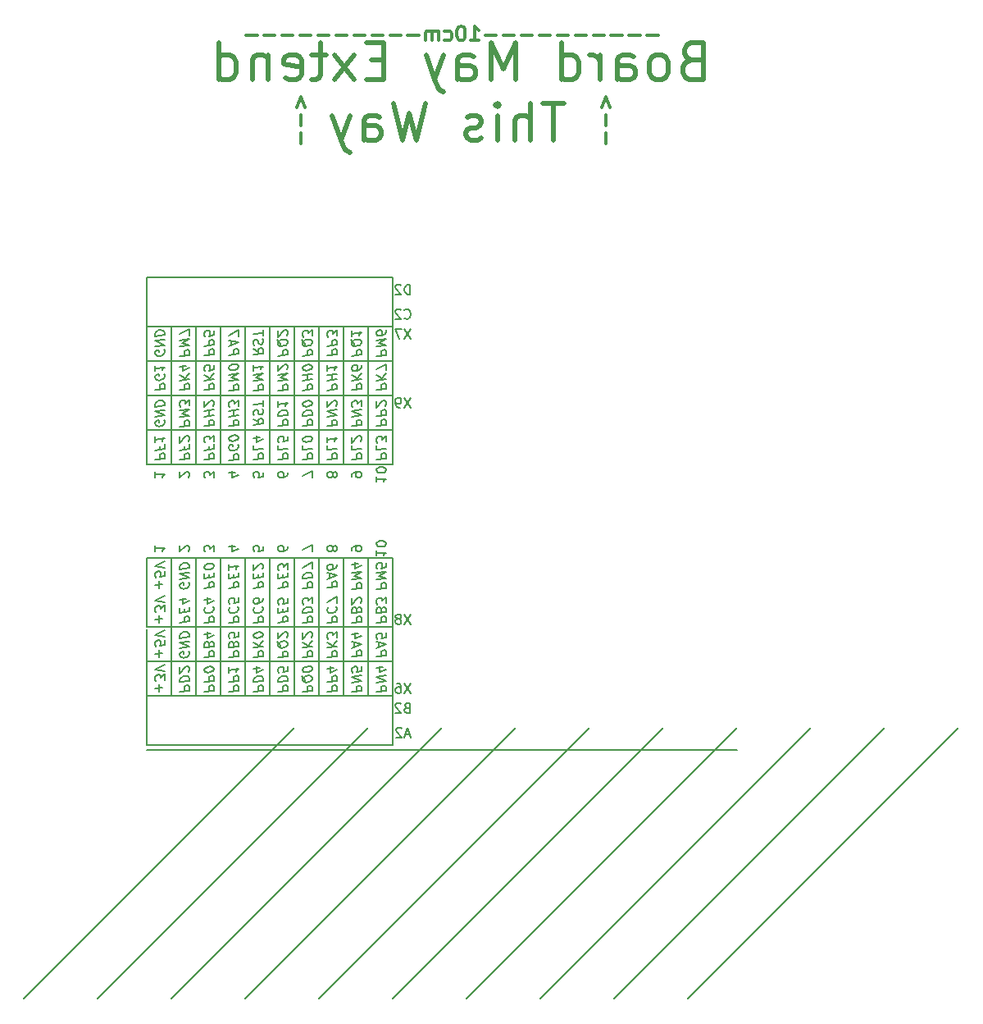
<source format=gbr>
G04 #@! TF.GenerationSoftware,KiCad,Pcbnew,(5.0.0)*
G04 #@! TF.CreationDate,2018-10-11T16:39:52-05:00*
G04 #@! TF.ProjectId,StandardBoard_HalfTiva,5374616E64617264426F6172645F4861,rev?*
G04 #@! TF.SameCoordinates,Original*
G04 #@! TF.FileFunction,Legend,Bot*
G04 #@! TF.FilePolarity,Positive*
%FSLAX46Y46*%
G04 Gerber Fmt 4.6, Leading zero omitted, Abs format (unit mm)*
G04 Created by KiCad (PCBNEW (5.0.0)) date 10/11/18 16:39:52*
%MOMM*%
%LPD*%
G01*
G04 APERTURE LIST*
%ADD10C,0.150000*%
%ADD11C,0.300000*%
%ADD12C,0.148400*%
%ADD13C,0.508000*%
G04 APERTURE END LIST*
D10*
X142240000Y-144780000D02*
X170180000Y-116840000D01*
X149860000Y-144780000D02*
X177800000Y-116840000D01*
X157480000Y-144780000D02*
X185420000Y-116840000D01*
X165100000Y-144780000D02*
X193040000Y-116840000D01*
X172720000Y-144780000D02*
X200660000Y-116840000D01*
X180340000Y-144780000D02*
X208280000Y-116840000D01*
X187960000Y-144780000D02*
X215900000Y-116840000D01*
X195580000Y-144780000D02*
X223520000Y-116840000D01*
X203200000Y-144780000D02*
X231140000Y-116840000D01*
X210820000Y-144780000D02*
X238760000Y-116840000D01*
X154940000Y-119126000D02*
X215900000Y-119126000D01*
D11*
X207721714Y-45319142D02*
X206578857Y-45319142D01*
X205864571Y-45319142D02*
X204721714Y-45319142D01*
X204007428Y-45319142D02*
X202864571Y-45319142D01*
X202150285Y-45319142D02*
X201007428Y-45319142D01*
X200293142Y-45319142D02*
X199150285Y-45319142D01*
X198436000Y-45319142D02*
X197293142Y-45319142D01*
X196578857Y-45319142D02*
X195436000Y-45319142D01*
X194721714Y-45319142D02*
X193578857Y-45319142D01*
X192864571Y-45319142D02*
X191721714Y-45319142D01*
X191007428Y-45319142D02*
X189864571Y-45319142D01*
X188364571Y-45890571D02*
X189221714Y-45890571D01*
X188793142Y-45890571D02*
X188793142Y-44390571D01*
X188935999Y-44604857D01*
X189078857Y-44747714D01*
X189221714Y-44819142D01*
X187435999Y-44390571D02*
X187293142Y-44390571D01*
X187150285Y-44462000D01*
X187078857Y-44533428D01*
X187007428Y-44676285D01*
X186935999Y-44962000D01*
X186935999Y-45319142D01*
X187007428Y-45604857D01*
X187078857Y-45747714D01*
X187150285Y-45819142D01*
X187293142Y-45890571D01*
X187435999Y-45890571D01*
X187578857Y-45819142D01*
X187650285Y-45747714D01*
X187721714Y-45604857D01*
X187793142Y-45319142D01*
X187793142Y-44962000D01*
X187721714Y-44676285D01*
X187650285Y-44533428D01*
X187578857Y-44462000D01*
X187435999Y-44390571D01*
X185650285Y-45819142D02*
X185793142Y-45890571D01*
X186078857Y-45890571D01*
X186221714Y-45819142D01*
X186293142Y-45747714D01*
X186364571Y-45604857D01*
X186364571Y-45176285D01*
X186293142Y-45033428D01*
X186221714Y-44962000D01*
X186078857Y-44890571D01*
X185793142Y-44890571D01*
X185650285Y-44962000D01*
X185007428Y-45890571D02*
X185007428Y-44890571D01*
X185007428Y-45033428D02*
X184935999Y-44962000D01*
X184793142Y-44890571D01*
X184578857Y-44890571D01*
X184435999Y-44962000D01*
X184364571Y-45104857D01*
X184364571Y-45890571D01*
X184364571Y-45104857D02*
X184293142Y-44962000D01*
X184150285Y-44890571D01*
X183935999Y-44890571D01*
X183793142Y-44962000D01*
X183721714Y-45104857D01*
X183721714Y-45890571D01*
X183007428Y-45319142D02*
X181864571Y-45319142D01*
X181150285Y-45319142D02*
X180007428Y-45319142D01*
X179293142Y-45319142D02*
X178150285Y-45319142D01*
X177435999Y-45319142D02*
X176293142Y-45319142D01*
X175578857Y-45319142D02*
X174435999Y-45319142D01*
X173721714Y-45319142D02*
X172578857Y-45319142D01*
X171864571Y-45319142D02*
X170721714Y-45319142D01*
X170007428Y-45319142D02*
X168864571Y-45319142D01*
X168150285Y-45319142D02*
X167007428Y-45319142D01*
X166293142Y-45319142D02*
X165150285Y-45319142D01*
D10*
X154940000Y-106426000D02*
X180340000Y-106426000D01*
X182165523Y-105116380D02*
X181498857Y-106116380D01*
X181498857Y-105116380D02*
X182165523Y-106116380D01*
X180975047Y-105544952D02*
X181070285Y-105497333D01*
X181117904Y-105449714D01*
X181165523Y-105354476D01*
X181165523Y-105306857D01*
X181117904Y-105211619D01*
X181070285Y-105164000D01*
X180975047Y-105116380D01*
X180784571Y-105116380D01*
X180689333Y-105164000D01*
X180641714Y-105211619D01*
X180594095Y-105306857D01*
X180594095Y-105354476D01*
X180641714Y-105449714D01*
X180689333Y-105497333D01*
X180784571Y-105544952D01*
X180975047Y-105544952D01*
X181070285Y-105592571D01*
X181117904Y-105640190D01*
X181165523Y-105735428D01*
X181165523Y-105925904D01*
X181117904Y-106021142D01*
X181070285Y-106068761D01*
X180975047Y-106116380D01*
X180784571Y-106116380D01*
X180689333Y-106068761D01*
X180641714Y-106021142D01*
X180594095Y-105925904D01*
X180594095Y-105735428D01*
X180641714Y-105640190D01*
X180689333Y-105592571D01*
X180784571Y-105544952D01*
X181760761Y-114736571D02*
X181617904Y-114784190D01*
X181570285Y-114831809D01*
X181522666Y-114927047D01*
X181522666Y-115069904D01*
X181570285Y-115165142D01*
X181617904Y-115212761D01*
X181713142Y-115260380D01*
X182094095Y-115260380D01*
X182094095Y-114260380D01*
X181760761Y-114260380D01*
X181665523Y-114308000D01*
X181617904Y-114355619D01*
X181570285Y-114450857D01*
X181570285Y-114546095D01*
X181617904Y-114641333D01*
X181665523Y-114688952D01*
X181760761Y-114736571D01*
X182094095Y-114736571D01*
X181141714Y-114355619D02*
X181094095Y-114308000D01*
X180998857Y-114260380D01*
X180760761Y-114260380D01*
X180665523Y-114308000D01*
X180617904Y-114355619D01*
X180570285Y-114450857D01*
X180570285Y-114546095D01*
X180617904Y-114688952D01*
X181189333Y-115260380D01*
X180570285Y-115260380D01*
X182070285Y-117514666D02*
X181594095Y-117514666D01*
X182165523Y-117800380D02*
X181832190Y-116800380D01*
X181498857Y-117800380D01*
X181213142Y-116895619D02*
X181165523Y-116848000D01*
X181070285Y-116800380D01*
X180832190Y-116800380D01*
X180736952Y-116848000D01*
X180689333Y-116895619D01*
X180641714Y-116990857D01*
X180641714Y-117086095D01*
X180689333Y-117228952D01*
X181260761Y-117800380D01*
X180641714Y-117800380D01*
X182165523Y-112228380D02*
X181498857Y-113228380D01*
X181498857Y-112228380D02*
X182165523Y-113228380D01*
X180689333Y-112228380D02*
X180879809Y-112228380D01*
X180975047Y-112276000D01*
X181022666Y-112323619D01*
X181117904Y-112466476D01*
X181165523Y-112656952D01*
X181165523Y-113037904D01*
X181117904Y-113133142D01*
X181070285Y-113180761D01*
X180975047Y-113228380D01*
X180784571Y-113228380D01*
X180689333Y-113180761D01*
X180641714Y-113133142D01*
X180594095Y-113037904D01*
X180594095Y-112799809D01*
X180641714Y-112704571D01*
X180689333Y-112656952D01*
X180784571Y-112609333D01*
X180975047Y-112609333D01*
X181070285Y-112656952D01*
X181117904Y-112704571D01*
X181165523Y-112799809D01*
X182165523Y-75652380D02*
X181498857Y-76652380D01*
X181498857Y-75652380D02*
X182165523Y-76652380D01*
X181213142Y-75652380D02*
X180546476Y-75652380D01*
X180975047Y-76652380D01*
X181522666Y-74525142D02*
X181570285Y-74572761D01*
X181713142Y-74620380D01*
X181808380Y-74620380D01*
X181951238Y-74572761D01*
X182046476Y-74477523D01*
X182094095Y-74382285D01*
X182141714Y-74191809D01*
X182141714Y-74048952D01*
X182094095Y-73858476D01*
X182046476Y-73763238D01*
X181951238Y-73668000D01*
X181808380Y-73620380D01*
X181713142Y-73620380D01*
X181570285Y-73668000D01*
X181522666Y-73715619D01*
X181141714Y-73715619D02*
X181094095Y-73668000D01*
X180998857Y-73620380D01*
X180760761Y-73620380D01*
X180665523Y-73668000D01*
X180617904Y-73715619D01*
X180570285Y-73810857D01*
X180570285Y-73906095D01*
X180617904Y-74048952D01*
X181189333Y-74620380D01*
X180570285Y-74620380D01*
X182094095Y-72080380D02*
X182094095Y-71080380D01*
X181856000Y-71080380D01*
X181713142Y-71128000D01*
X181617904Y-71223238D01*
X181570285Y-71318476D01*
X181522666Y-71508952D01*
X181522666Y-71651809D01*
X181570285Y-71842285D01*
X181617904Y-71937523D01*
X181713142Y-72032761D01*
X181856000Y-72080380D01*
X182094095Y-72080380D01*
X181141714Y-71175619D02*
X181094095Y-71128000D01*
X180998857Y-71080380D01*
X180760761Y-71080380D01*
X180665523Y-71128000D01*
X180617904Y-71175619D01*
X180570285Y-71270857D01*
X180570285Y-71366095D01*
X180617904Y-71508952D01*
X181189333Y-72080380D01*
X180570285Y-72080380D01*
X182165523Y-82764380D02*
X181498857Y-83764380D01*
X181498857Y-82764380D02*
X182165523Y-83764380D01*
X181070285Y-83764380D02*
X180879809Y-83764380D01*
X180784571Y-83716761D01*
X180736952Y-83669142D01*
X180641714Y-83526285D01*
X180594095Y-83335809D01*
X180594095Y-82954857D01*
X180641714Y-82859619D01*
X180689333Y-82812000D01*
X180784571Y-82764380D01*
X180975047Y-82764380D01*
X181070285Y-82812000D01*
X181117904Y-82859619D01*
X181165523Y-82954857D01*
X181165523Y-83192952D01*
X181117904Y-83288190D01*
X181070285Y-83335809D01*
X180975047Y-83383428D01*
X180784571Y-83383428D01*
X180689333Y-83335809D01*
X180641714Y-83288190D01*
X180594095Y-83192952D01*
X180340000Y-82550000D02*
X154940000Y-82550000D01*
X154940000Y-89662000D02*
X154940000Y-82550000D01*
X157480000Y-89662000D02*
X157480000Y-82550000D01*
X160020000Y-89662000D02*
X160020000Y-82550000D01*
X162560000Y-89662000D02*
X162560000Y-82550000D01*
X165100000Y-89662000D02*
X165100000Y-82550000D01*
X167640000Y-89662000D02*
X167640000Y-82550000D01*
X170180000Y-89662000D02*
X170180000Y-82550000D01*
X172720000Y-89662000D02*
X172720000Y-82550000D01*
X175260000Y-89662000D02*
X175260000Y-82550000D01*
X177800000Y-89662000D02*
X177800000Y-82550000D01*
X180340000Y-89662000D02*
X180340000Y-82550000D01*
X180340000Y-89662000D02*
X154940000Y-89662000D01*
X154940000Y-86106000D02*
X180340000Y-86106000D01*
D12*
X173537619Y-85689759D02*
X174537619Y-85564759D01*
X174537619Y-85183807D01*
X174490000Y-85094521D01*
X174442380Y-85052855D01*
X174347142Y-85017140D01*
X174204285Y-85034997D01*
X174109047Y-85094521D01*
X174061428Y-85148093D01*
X174013809Y-85249283D01*
X174013809Y-85630236D01*
X173537619Y-84689759D02*
X174537619Y-84564759D01*
X173537619Y-84118331D01*
X174537619Y-83993331D01*
X174442380Y-83576664D02*
X174490000Y-83523093D01*
X174537619Y-83421902D01*
X174537619Y-83183807D01*
X174490000Y-83094521D01*
X174442380Y-83052855D01*
X174347142Y-83017140D01*
X174251904Y-83029045D01*
X174109047Y-83094521D01*
X173537619Y-83737378D01*
X173537619Y-83118331D01*
X178617619Y-85665950D02*
X179617619Y-85540950D01*
X179617619Y-85159997D01*
X179570000Y-85070712D01*
X179522380Y-85029045D01*
X179427142Y-84993331D01*
X179284285Y-85011188D01*
X179189047Y-85070712D01*
X179141428Y-85124283D01*
X179093809Y-85225474D01*
X179093809Y-85606426D01*
X178617619Y-84665950D02*
X179617619Y-84540950D01*
X179617619Y-84159997D01*
X179570000Y-84070712D01*
X179522380Y-84029045D01*
X179427142Y-83993331D01*
X179284285Y-84011188D01*
X179189047Y-84070712D01*
X179141428Y-84124283D01*
X179093809Y-84225474D01*
X179093809Y-84606426D01*
X179522380Y-83600474D02*
X179570000Y-83546902D01*
X179617619Y-83445712D01*
X179617619Y-83207617D01*
X179570000Y-83118331D01*
X179522380Y-83076664D01*
X179427142Y-83040950D01*
X179331904Y-83052855D01*
X179189047Y-83118331D01*
X178617619Y-83761188D01*
X178617619Y-83142140D01*
D10*
X164044285Y-90487523D02*
X163377619Y-90487523D01*
X164425238Y-90725619D02*
X163710952Y-90963714D01*
X163710952Y-90344666D01*
D12*
X163377619Y-85689759D02*
X164377619Y-85564759D01*
X164377619Y-85183807D01*
X164330000Y-85094521D01*
X164282380Y-85052855D01*
X164187142Y-85017140D01*
X164044285Y-85034997D01*
X163949047Y-85094521D01*
X163901428Y-85148093D01*
X163853809Y-85249283D01*
X163853809Y-85630236D01*
X163377619Y-84689759D02*
X164377619Y-84564759D01*
X163901428Y-84624283D02*
X163901428Y-84052855D01*
X163377619Y-84118331D02*
X164377619Y-83993331D01*
X164377619Y-83612378D02*
X164377619Y-82993331D01*
X163996666Y-83374283D01*
X163996666Y-83231426D01*
X163949047Y-83142140D01*
X163901428Y-83100474D01*
X163806190Y-83064759D01*
X163568095Y-83094521D01*
X163472857Y-83154045D01*
X163425238Y-83207617D01*
X163377619Y-83308807D01*
X163377619Y-83594521D01*
X163425238Y-83683807D01*
X163472857Y-83725474D01*
X165917619Y-84975474D02*
X166393809Y-85249283D01*
X165917619Y-85546902D02*
X166917619Y-85421902D01*
X166917619Y-85040950D01*
X166870000Y-84951664D01*
X166822380Y-84909997D01*
X166727142Y-84874283D01*
X166584285Y-84892140D01*
X166489047Y-84951664D01*
X166441428Y-85005236D01*
X166393809Y-85106426D01*
X166393809Y-85487378D01*
X165965238Y-84588569D02*
X165917619Y-84451664D01*
X165917619Y-84213569D01*
X165965238Y-84112378D01*
X166012857Y-84058807D01*
X166108095Y-83999283D01*
X166203333Y-83987378D01*
X166298571Y-84023093D01*
X166346190Y-84064759D01*
X166393809Y-84154045D01*
X166441428Y-84338569D01*
X166489047Y-84427855D01*
X166536666Y-84469521D01*
X166631904Y-84505236D01*
X166727142Y-84493331D01*
X166822380Y-84433807D01*
X166870000Y-84380236D01*
X166917619Y-84279045D01*
X166917619Y-84040950D01*
X166870000Y-83904045D01*
X166917619Y-83612378D02*
X166917619Y-83040950D01*
X165917619Y-83451664D02*
X166917619Y-83326664D01*
X170997619Y-89126712D02*
X171997619Y-89001712D01*
X171997619Y-88620759D01*
X171950000Y-88531474D01*
X171902380Y-88489807D01*
X171807142Y-88454093D01*
X171664285Y-88471950D01*
X171569047Y-88531474D01*
X171521428Y-88585045D01*
X171473809Y-88686236D01*
X171473809Y-89067188D01*
X170997619Y-87650521D02*
X170997619Y-88126712D01*
X171997619Y-88001712D01*
X171997619Y-87001712D02*
X171997619Y-86906474D01*
X171950000Y-86817188D01*
X171902380Y-86775521D01*
X171807142Y-86739807D01*
X171616666Y-86715997D01*
X171378571Y-86745759D01*
X171188095Y-86817188D01*
X171092857Y-86876712D01*
X171045238Y-86930283D01*
X170997619Y-87031474D01*
X170997619Y-87126712D01*
X171045238Y-87215997D01*
X171092857Y-87257664D01*
X171188095Y-87293378D01*
X171378571Y-87317188D01*
X171616666Y-87287426D01*
X171807142Y-87215997D01*
X171902380Y-87156474D01*
X171950000Y-87102902D01*
X171997619Y-87001712D01*
X160837619Y-89150521D02*
X161837619Y-89025521D01*
X161837619Y-88644569D01*
X161790000Y-88555283D01*
X161742380Y-88513617D01*
X161647142Y-88477902D01*
X161504285Y-88495759D01*
X161409047Y-88555283D01*
X161361428Y-88608855D01*
X161313809Y-88710045D01*
X161313809Y-89090997D01*
X161361428Y-87751712D02*
X161361428Y-88085045D01*
X160837619Y-88150521D02*
X161837619Y-88025521D01*
X161837619Y-87549331D01*
X161837619Y-87263617D02*
X161837619Y-86644569D01*
X161456666Y-87025521D01*
X161456666Y-86882664D01*
X161409047Y-86793378D01*
X161361428Y-86751712D01*
X161266190Y-86715997D01*
X161028095Y-86745759D01*
X160932857Y-86805283D01*
X160885238Y-86858855D01*
X160837619Y-86960045D01*
X160837619Y-87245759D01*
X160885238Y-87335045D01*
X160932857Y-87376712D01*
D10*
X176077619Y-90868476D02*
X176077619Y-90678000D01*
X176125238Y-90582761D01*
X176172857Y-90535142D01*
X176315714Y-90439904D01*
X176506190Y-90392285D01*
X176887142Y-90392285D01*
X176982380Y-90439904D01*
X177030000Y-90487523D01*
X177077619Y-90582761D01*
X177077619Y-90773238D01*
X177030000Y-90868476D01*
X176982380Y-90916095D01*
X176887142Y-90963714D01*
X176649047Y-90963714D01*
X176553809Y-90916095D01*
X176506190Y-90868476D01*
X176458571Y-90773238D01*
X176458571Y-90582761D01*
X176506190Y-90487523D01*
X176553809Y-90439904D01*
X176649047Y-90392285D01*
D12*
X168457619Y-89126712D02*
X169457619Y-89001712D01*
X169457619Y-88620759D01*
X169410000Y-88531474D01*
X169362380Y-88489807D01*
X169267142Y-88454093D01*
X169124285Y-88471950D01*
X169029047Y-88531474D01*
X168981428Y-88585045D01*
X168933809Y-88686236D01*
X168933809Y-89067188D01*
X168457619Y-87650521D02*
X168457619Y-88126712D01*
X169457619Y-88001712D01*
X169457619Y-86715997D02*
X169457619Y-87192188D01*
X168981428Y-87299331D01*
X169029047Y-87245759D01*
X169076666Y-87144569D01*
X169076666Y-86906474D01*
X169029047Y-86817188D01*
X168981428Y-86775521D01*
X168886190Y-86739807D01*
X168648095Y-86769569D01*
X168552857Y-86829093D01*
X168505238Y-86882664D01*
X168457619Y-86983855D01*
X168457619Y-87221950D01*
X168505238Y-87311236D01*
X168552857Y-87352902D01*
X165917619Y-89126712D02*
X166917619Y-89001712D01*
X166917619Y-88620759D01*
X166870000Y-88531474D01*
X166822380Y-88489807D01*
X166727142Y-88454093D01*
X166584285Y-88471950D01*
X166489047Y-88531474D01*
X166441428Y-88585045D01*
X166393809Y-88686236D01*
X166393809Y-89067188D01*
X165917619Y-87650521D02*
X165917619Y-88126712D01*
X166917619Y-88001712D01*
X166584285Y-86805283D02*
X165917619Y-86888617D01*
X166965238Y-86995759D02*
X166250952Y-87323140D01*
X166250952Y-86704093D01*
D10*
X171997619Y-91011333D02*
X171997619Y-90344666D01*
X170997619Y-90773238D01*
D12*
X158297619Y-85737378D02*
X159297619Y-85612378D01*
X159297619Y-85231426D01*
X159250000Y-85142140D01*
X159202380Y-85100474D01*
X159107142Y-85064759D01*
X158964285Y-85082617D01*
X158869047Y-85142140D01*
X158821428Y-85195712D01*
X158773809Y-85296902D01*
X158773809Y-85677855D01*
X158297619Y-84737378D02*
X159297619Y-84612378D01*
X158583333Y-84368331D01*
X159297619Y-83945712D01*
X158297619Y-84070712D01*
X159297619Y-83564759D02*
X159297619Y-82945712D01*
X158916666Y-83326664D01*
X158916666Y-83183807D01*
X158869047Y-83094521D01*
X158821428Y-83052855D01*
X158726190Y-83017140D01*
X158488095Y-83046902D01*
X158392857Y-83106426D01*
X158345238Y-83159997D01*
X158297619Y-83261188D01*
X158297619Y-83546902D01*
X158345238Y-83636188D01*
X158392857Y-83677855D01*
X170997619Y-85665950D02*
X171997619Y-85540950D01*
X171997619Y-85159997D01*
X171950000Y-85070712D01*
X171902380Y-85029045D01*
X171807142Y-84993331D01*
X171664285Y-85011188D01*
X171569047Y-85070712D01*
X171521428Y-85124283D01*
X171473809Y-85225474D01*
X171473809Y-85606426D01*
X170997619Y-84665950D02*
X171997619Y-84540950D01*
X171997619Y-84302855D01*
X171950000Y-84165950D01*
X171854761Y-84082617D01*
X171759523Y-84046902D01*
X171569047Y-84023093D01*
X171426190Y-84040950D01*
X171235714Y-84112378D01*
X171140476Y-84171902D01*
X171045238Y-84279045D01*
X170997619Y-84427855D01*
X170997619Y-84665950D01*
X171997619Y-83350474D02*
X171997619Y-83255236D01*
X171950000Y-83165950D01*
X171902380Y-83124283D01*
X171807142Y-83088569D01*
X171616666Y-83064759D01*
X171378571Y-83094521D01*
X171188095Y-83165950D01*
X171092857Y-83225474D01*
X171045238Y-83279045D01*
X170997619Y-83380236D01*
X170997619Y-83475474D01*
X171045238Y-83564759D01*
X171092857Y-83606426D01*
X171188095Y-83642140D01*
X171378571Y-83665950D01*
X171616666Y-83636188D01*
X171807142Y-83564759D01*
X171902380Y-83505236D01*
X171950000Y-83451664D01*
X171997619Y-83350474D01*
X168457619Y-85665950D02*
X169457619Y-85540950D01*
X169457619Y-85159997D01*
X169410000Y-85070712D01*
X169362380Y-85029045D01*
X169267142Y-84993331D01*
X169124285Y-85011188D01*
X169029047Y-85070712D01*
X168981428Y-85124283D01*
X168933809Y-85225474D01*
X168933809Y-85606426D01*
X168457619Y-84665950D02*
X169457619Y-84540950D01*
X169457619Y-84302855D01*
X169410000Y-84165950D01*
X169314761Y-84082617D01*
X169219523Y-84046902D01*
X169029047Y-84023093D01*
X168886190Y-84040950D01*
X168695714Y-84112378D01*
X168600476Y-84171902D01*
X168505238Y-84279045D01*
X168457619Y-84427855D01*
X168457619Y-84665950D01*
X168457619Y-83142140D02*
X168457619Y-83713569D01*
X168457619Y-83427855D02*
X169457619Y-83302855D01*
X169314761Y-83415950D01*
X169219523Y-83523093D01*
X169171904Y-83624283D01*
D10*
X166917619Y-90439904D02*
X166917619Y-90916095D01*
X166441428Y-90963714D01*
X166489047Y-90916095D01*
X166536666Y-90820857D01*
X166536666Y-90582761D01*
X166489047Y-90487523D01*
X166441428Y-90439904D01*
X166346190Y-90392285D01*
X166108095Y-90392285D01*
X166012857Y-90439904D01*
X165965238Y-90487523D01*
X165917619Y-90582761D01*
X165917619Y-90820857D01*
X165965238Y-90916095D01*
X166012857Y-90963714D01*
X159202380Y-90963714D02*
X159250000Y-90916095D01*
X159297619Y-90820857D01*
X159297619Y-90582761D01*
X159250000Y-90487523D01*
X159202380Y-90439904D01*
X159107142Y-90392285D01*
X159011904Y-90392285D01*
X158869047Y-90439904D01*
X158297619Y-91011333D01*
X158297619Y-90392285D01*
X169457619Y-90487523D02*
X169457619Y-90678000D01*
X169410000Y-90773238D01*
X169362380Y-90820857D01*
X169219523Y-90916095D01*
X169029047Y-90963714D01*
X168648095Y-90963714D01*
X168552857Y-90916095D01*
X168505238Y-90868476D01*
X168457619Y-90773238D01*
X168457619Y-90582761D01*
X168505238Y-90487523D01*
X168552857Y-90439904D01*
X168648095Y-90392285D01*
X168886190Y-90392285D01*
X168981428Y-90439904D01*
X169029047Y-90487523D01*
X169076666Y-90582761D01*
X169076666Y-90773238D01*
X169029047Y-90868476D01*
X168981428Y-90916095D01*
X168886190Y-90963714D01*
D12*
X176077619Y-89126712D02*
X177077619Y-89001712D01*
X177077619Y-88620759D01*
X177030000Y-88531474D01*
X176982380Y-88489807D01*
X176887142Y-88454093D01*
X176744285Y-88471950D01*
X176649047Y-88531474D01*
X176601428Y-88585045D01*
X176553809Y-88686236D01*
X176553809Y-89067188D01*
X176077619Y-87650521D02*
X176077619Y-88126712D01*
X177077619Y-88001712D01*
X176982380Y-87251712D02*
X177030000Y-87198140D01*
X177077619Y-87096950D01*
X177077619Y-86858855D01*
X177030000Y-86769569D01*
X176982380Y-86727902D01*
X176887142Y-86692188D01*
X176791904Y-86704093D01*
X176649047Y-86769569D01*
X176077619Y-87412426D01*
X176077619Y-86793378D01*
X173537619Y-89126712D02*
X174537619Y-89001712D01*
X174537619Y-88620759D01*
X174490000Y-88531474D01*
X174442380Y-88489807D01*
X174347142Y-88454093D01*
X174204285Y-88471950D01*
X174109047Y-88531474D01*
X174061428Y-88585045D01*
X174013809Y-88686236D01*
X174013809Y-89067188D01*
X173537619Y-87650521D02*
X173537619Y-88126712D01*
X174537619Y-88001712D01*
X173537619Y-86793378D02*
X173537619Y-87364807D01*
X173537619Y-87079093D02*
X174537619Y-86954093D01*
X174394761Y-87067188D01*
X174299523Y-87174331D01*
X174251904Y-87275521D01*
X156710000Y-85070712D02*
X156757619Y-85159997D01*
X156757619Y-85302855D01*
X156710000Y-85451664D01*
X156614761Y-85558807D01*
X156519523Y-85618331D01*
X156329047Y-85689759D01*
X156186190Y-85707617D01*
X155995714Y-85683807D01*
X155900476Y-85648093D01*
X155805238Y-85564759D01*
X155757619Y-85427855D01*
X155757619Y-85332617D01*
X155805238Y-85183807D01*
X155852857Y-85130236D01*
X156186190Y-85088569D01*
X156186190Y-85279045D01*
X155757619Y-84713569D02*
X156757619Y-84588569D01*
X155757619Y-84142140D01*
X156757619Y-84017140D01*
X155757619Y-83665950D02*
X156757619Y-83540950D01*
X156757619Y-83302855D01*
X156710000Y-83165950D01*
X156614761Y-83082617D01*
X156519523Y-83046902D01*
X156329047Y-83023093D01*
X156186190Y-83040950D01*
X155995714Y-83112378D01*
X155900476Y-83171902D01*
X155805238Y-83279045D01*
X155757619Y-83427855D01*
X155757619Y-83665950D01*
X160837619Y-85689759D02*
X161837619Y-85564759D01*
X161837619Y-85183807D01*
X161790000Y-85094521D01*
X161742380Y-85052855D01*
X161647142Y-85017140D01*
X161504285Y-85034997D01*
X161409047Y-85094521D01*
X161361428Y-85148093D01*
X161313809Y-85249283D01*
X161313809Y-85630236D01*
X160837619Y-84689759D02*
X161837619Y-84564759D01*
X161361428Y-84624283D02*
X161361428Y-84052855D01*
X160837619Y-84118331D02*
X161837619Y-83993331D01*
X161742380Y-83576664D02*
X161790000Y-83523093D01*
X161837619Y-83421902D01*
X161837619Y-83183807D01*
X161790000Y-83094521D01*
X161742380Y-83052855D01*
X161647142Y-83017140D01*
X161551904Y-83029045D01*
X161409047Y-83094521D01*
X160837619Y-83737378D01*
X160837619Y-83118331D01*
X158297619Y-89150521D02*
X159297619Y-89025521D01*
X159297619Y-88644569D01*
X159250000Y-88555283D01*
X159202380Y-88513617D01*
X159107142Y-88477902D01*
X158964285Y-88495759D01*
X158869047Y-88555283D01*
X158821428Y-88608855D01*
X158773809Y-88710045D01*
X158773809Y-89090997D01*
X158821428Y-87751712D02*
X158821428Y-88085045D01*
X158297619Y-88150521D02*
X159297619Y-88025521D01*
X159297619Y-87549331D01*
X159202380Y-87227902D02*
X159250000Y-87174331D01*
X159297619Y-87073140D01*
X159297619Y-86835045D01*
X159250000Y-86745759D01*
X159202380Y-86704093D01*
X159107142Y-86668378D01*
X159011904Y-86680283D01*
X158869047Y-86745759D01*
X158297619Y-87388617D01*
X158297619Y-86769569D01*
X155757619Y-89150521D02*
X156757619Y-89025521D01*
X156757619Y-88644569D01*
X156710000Y-88555283D01*
X156662380Y-88513617D01*
X156567142Y-88477902D01*
X156424285Y-88495759D01*
X156329047Y-88555283D01*
X156281428Y-88608855D01*
X156233809Y-88710045D01*
X156233809Y-89090997D01*
X156281428Y-87751712D02*
X156281428Y-88085045D01*
X155757619Y-88150521D02*
X156757619Y-88025521D01*
X156757619Y-87549331D01*
X155757619Y-86769569D02*
X155757619Y-87340997D01*
X155757619Y-87055283D02*
X156757619Y-86930283D01*
X156614761Y-87043378D01*
X156519523Y-87150521D01*
X156471904Y-87251712D01*
D10*
X174109047Y-90773238D02*
X174156666Y-90868476D01*
X174204285Y-90916095D01*
X174299523Y-90963714D01*
X174347142Y-90963714D01*
X174442380Y-90916095D01*
X174490000Y-90868476D01*
X174537619Y-90773238D01*
X174537619Y-90582761D01*
X174490000Y-90487523D01*
X174442380Y-90439904D01*
X174347142Y-90392285D01*
X174299523Y-90392285D01*
X174204285Y-90439904D01*
X174156666Y-90487523D01*
X174109047Y-90582761D01*
X174109047Y-90773238D01*
X174061428Y-90868476D01*
X174013809Y-90916095D01*
X173918571Y-90963714D01*
X173728095Y-90963714D01*
X173632857Y-90916095D01*
X173585238Y-90868476D01*
X173537619Y-90773238D01*
X173537619Y-90582761D01*
X173585238Y-90487523D01*
X173632857Y-90439904D01*
X173728095Y-90392285D01*
X173918571Y-90392285D01*
X174013809Y-90439904D01*
X174061428Y-90487523D01*
X174109047Y-90582761D01*
X161837619Y-91011333D02*
X161837619Y-90392285D01*
X161456666Y-90725619D01*
X161456666Y-90582761D01*
X161409047Y-90487523D01*
X161361428Y-90439904D01*
X161266190Y-90392285D01*
X161028095Y-90392285D01*
X160932857Y-90439904D01*
X160885238Y-90487523D01*
X160837619Y-90582761D01*
X160837619Y-90868476D01*
X160885238Y-90963714D01*
X160932857Y-91011333D01*
D12*
X178617619Y-89126712D02*
X179617619Y-89001712D01*
X179617619Y-88620759D01*
X179570000Y-88531474D01*
X179522380Y-88489807D01*
X179427142Y-88454093D01*
X179284285Y-88471950D01*
X179189047Y-88531474D01*
X179141428Y-88585045D01*
X179093809Y-88686236D01*
X179093809Y-89067188D01*
X178617619Y-87650521D02*
X178617619Y-88126712D01*
X179617619Y-88001712D01*
X179617619Y-87287426D02*
X179617619Y-86668378D01*
X179236666Y-87049331D01*
X179236666Y-86906474D01*
X179189047Y-86817188D01*
X179141428Y-86775521D01*
X179046190Y-86739807D01*
X178808095Y-86769569D01*
X178712857Y-86829093D01*
X178665238Y-86882664D01*
X178617619Y-86983855D01*
X178617619Y-87269569D01*
X178665238Y-87358855D01*
X178712857Y-87400521D01*
D10*
X155757619Y-90392285D02*
X155757619Y-90963714D01*
X155757619Y-90678000D02*
X156757619Y-90678000D01*
X156614761Y-90773238D01*
X156519523Y-90868476D01*
X156471904Y-90963714D01*
D12*
X176077619Y-85689759D02*
X177077619Y-85564759D01*
X177077619Y-85183807D01*
X177030000Y-85094521D01*
X176982380Y-85052855D01*
X176887142Y-85017140D01*
X176744285Y-85034997D01*
X176649047Y-85094521D01*
X176601428Y-85148093D01*
X176553809Y-85249283D01*
X176553809Y-85630236D01*
X176077619Y-84689759D02*
X177077619Y-84564759D01*
X176077619Y-84118331D01*
X177077619Y-83993331D01*
X177077619Y-83612378D02*
X177077619Y-82993331D01*
X176696666Y-83374283D01*
X176696666Y-83231426D01*
X176649047Y-83142140D01*
X176601428Y-83100474D01*
X176506190Y-83064759D01*
X176268095Y-83094521D01*
X176172857Y-83154045D01*
X176125238Y-83207617D01*
X176077619Y-83308807D01*
X176077619Y-83594521D01*
X176125238Y-83683807D01*
X176172857Y-83725474D01*
D10*
X178617619Y-90868476D02*
X178617619Y-91439904D01*
X178617619Y-91154190D02*
X179617619Y-91154190D01*
X179474761Y-91249428D01*
X179379523Y-91344666D01*
X179331904Y-91439904D01*
X179617619Y-90249428D02*
X179617619Y-90154190D01*
X179570000Y-90058952D01*
X179522380Y-90011333D01*
X179427142Y-89963714D01*
X179236666Y-89916095D01*
X178998571Y-89916095D01*
X178808095Y-89963714D01*
X178712857Y-90011333D01*
X178665238Y-90058952D01*
X178617619Y-90154190D01*
X178617619Y-90249428D01*
X178665238Y-90344666D01*
X178712857Y-90392285D01*
X178808095Y-90439904D01*
X178998571Y-90487523D01*
X179236666Y-90487523D01*
X179427142Y-90439904D01*
X179522380Y-90392285D01*
X179570000Y-90344666D01*
X179617619Y-90249428D01*
D12*
X163377619Y-89221950D02*
X164377619Y-89096950D01*
X164377619Y-88715997D01*
X164330000Y-88626712D01*
X164282380Y-88585045D01*
X164187142Y-88549331D01*
X164044285Y-88567188D01*
X163949047Y-88626712D01*
X163901428Y-88680283D01*
X163853809Y-88781474D01*
X163853809Y-89162426D01*
X164330000Y-87579093D02*
X164377619Y-87668378D01*
X164377619Y-87811236D01*
X164330000Y-87960045D01*
X164234761Y-88067188D01*
X164139523Y-88126712D01*
X163949047Y-88198140D01*
X163806190Y-88215997D01*
X163615714Y-88192188D01*
X163520476Y-88156474D01*
X163425238Y-88073140D01*
X163377619Y-87936236D01*
X163377619Y-87840997D01*
X163425238Y-87692188D01*
X163472857Y-87638617D01*
X163806190Y-87596950D01*
X163806190Y-87787426D01*
X164377619Y-86906474D02*
X164377619Y-86811236D01*
X164330000Y-86721950D01*
X164282380Y-86680283D01*
X164187142Y-86644569D01*
X163996666Y-86620759D01*
X163758571Y-86650521D01*
X163568095Y-86721950D01*
X163472857Y-86781474D01*
X163425238Y-86835045D01*
X163377619Y-86936236D01*
X163377619Y-87031474D01*
X163425238Y-87120759D01*
X163472857Y-87162426D01*
X163568095Y-87198140D01*
X163758571Y-87221950D01*
X163996666Y-87192188D01*
X164187142Y-87120759D01*
X164282380Y-87061236D01*
X164330000Y-87007664D01*
X164377619Y-86906474D01*
D10*
X154940000Y-106426000D02*
X154940000Y-99314000D01*
X157480000Y-106426000D02*
X157480000Y-99314000D01*
X160020000Y-106426000D02*
X160020000Y-99314000D01*
X162560000Y-106426000D02*
X162560000Y-99314000D01*
X165100000Y-106426000D02*
X165100000Y-99314000D01*
X167640000Y-106426000D02*
X167640000Y-99314000D01*
X170180000Y-106426000D02*
X170180000Y-99314000D01*
X172720000Y-106426000D02*
X172720000Y-99314000D01*
X175260000Y-106426000D02*
X175260000Y-99314000D01*
X177800000Y-106426000D02*
X177800000Y-99314000D01*
D12*
X160837619Y-105985950D02*
X161837619Y-105860950D01*
X161837619Y-105479997D01*
X161790000Y-105390712D01*
X161742380Y-105349045D01*
X161647142Y-105313331D01*
X161504285Y-105331188D01*
X161409047Y-105390712D01*
X161361428Y-105444283D01*
X161313809Y-105545474D01*
X161313809Y-105926426D01*
X160932857Y-104402617D02*
X160885238Y-104456188D01*
X160837619Y-104604997D01*
X160837619Y-104700236D01*
X160885238Y-104837140D01*
X160980476Y-104920474D01*
X161075714Y-104956188D01*
X161266190Y-104979997D01*
X161409047Y-104962140D01*
X161599523Y-104890712D01*
X161694761Y-104831188D01*
X161790000Y-104724045D01*
X161837619Y-104575236D01*
X161837619Y-104479997D01*
X161790000Y-104343093D01*
X161742380Y-104301426D01*
X161504285Y-103474045D02*
X160837619Y-103557378D01*
X161885238Y-103664521D02*
X161170952Y-103991902D01*
X161170952Y-103372855D01*
X158297619Y-105938331D02*
X159297619Y-105813331D01*
X159297619Y-105432378D01*
X159250000Y-105343093D01*
X159202380Y-105301426D01*
X159107142Y-105265712D01*
X158964285Y-105283569D01*
X158869047Y-105343093D01*
X158821428Y-105396664D01*
X158773809Y-105497855D01*
X158773809Y-105878807D01*
X158821428Y-104872855D02*
X158821428Y-104539521D01*
X158297619Y-104462140D02*
X158297619Y-104938331D01*
X159297619Y-104813331D01*
X159297619Y-104337140D01*
X158964285Y-103521664D02*
X158297619Y-103604997D01*
X159345238Y-103712140D02*
X158630952Y-104039521D01*
X158630952Y-103420474D01*
X178617619Y-102501378D02*
X179617619Y-102376378D01*
X179617619Y-101995426D01*
X179570000Y-101906140D01*
X179522380Y-101864474D01*
X179427142Y-101828759D01*
X179284285Y-101846617D01*
X179189047Y-101906140D01*
X179141428Y-101959712D01*
X179093809Y-102060902D01*
X179093809Y-102441855D01*
X178617619Y-101501378D02*
X179617619Y-101376378D01*
X178903333Y-101132331D01*
X179617619Y-100709712D01*
X178617619Y-100834712D01*
X179617619Y-99757331D02*
X179617619Y-100233521D01*
X179141428Y-100340664D01*
X179189047Y-100287093D01*
X179236666Y-100185902D01*
X179236666Y-99947807D01*
X179189047Y-99858521D01*
X179141428Y-99816855D01*
X179046190Y-99781140D01*
X178808095Y-99810902D01*
X178712857Y-99870426D01*
X178665238Y-99923997D01*
X178617619Y-100025188D01*
X178617619Y-100263283D01*
X178665238Y-100352569D01*
X178712857Y-100394236D01*
X159250000Y-101834712D02*
X159297619Y-101923997D01*
X159297619Y-102066855D01*
X159250000Y-102215664D01*
X159154761Y-102322807D01*
X159059523Y-102382331D01*
X158869047Y-102453759D01*
X158726190Y-102471617D01*
X158535714Y-102447807D01*
X158440476Y-102412093D01*
X158345238Y-102328759D01*
X158297619Y-102191855D01*
X158297619Y-102096617D01*
X158345238Y-101947807D01*
X158392857Y-101894236D01*
X158726190Y-101852569D01*
X158726190Y-102043045D01*
X158297619Y-101477569D02*
X159297619Y-101352569D01*
X158297619Y-100906140D01*
X159297619Y-100781140D01*
X158297619Y-100429950D02*
X159297619Y-100304950D01*
X159297619Y-100066855D01*
X159250000Y-99929950D01*
X159154761Y-99846617D01*
X159059523Y-99810902D01*
X158869047Y-99787093D01*
X158726190Y-99804950D01*
X158535714Y-99876378D01*
X158440476Y-99935902D01*
X158345238Y-100043045D01*
X158297619Y-100191855D01*
X158297619Y-100429950D01*
X168457619Y-105938331D02*
X169457619Y-105813331D01*
X169457619Y-105432378D01*
X169410000Y-105343093D01*
X169362380Y-105301426D01*
X169267142Y-105265712D01*
X169124285Y-105283569D01*
X169029047Y-105343093D01*
X168981428Y-105396664D01*
X168933809Y-105497855D01*
X168933809Y-105878807D01*
X168981428Y-104872855D02*
X168981428Y-104539521D01*
X168457619Y-104462140D02*
X168457619Y-104938331D01*
X169457619Y-104813331D01*
X169457619Y-104337140D01*
X169457619Y-103432378D02*
X169457619Y-103908569D01*
X168981428Y-104015712D01*
X169029047Y-103962140D01*
X169076666Y-103860950D01*
X169076666Y-103622855D01*
X169029047Y-103533569D01*
X168981428Y-103491902D01*
X168886190Y-103456188D01*
X168648095Y-103485950D01*
X168552857Y-103545474D01*
X168505238Y-103599045D01*
X168457619Y-103700236D01*
X168457619Y-103938331D01*
X168505238Y-104027617D01*
X168552857Y-104069283D01*
X168457619Y-102382331D02*
X169457619Y-102257331D01*
X169457619Y-101876378D01*
X169410000Y-101787093D01*
X169362380Y-101745426D01*
X169267142Y-101709712D01*
X169124285Y-101727569D01*
X169029047Y-101787093D01*
X168981428Y-101840664D01*
X168933809Y-101941855D01*
X168933809Y-102322807D01*
X168981428Y-101316855D02*
X168981428Y-100983521D01*
X168457619Y-100906140D02*
X168457619Y-101382331D01*
X169457619Y-101257331D01*
X169457619Y-100781140D01*
X169457619Y-100447807D02*
X169457619Y-99828759D01*
X169076666Y-100209712D01*
X169076666Y-100066855D01*
X169029047Y-99977569D01*
X168981428Y-99935902D01*
X168886190Y-99900188D01*
X168648095Y-99929950D01*
X168552857Y-99989474D01*
X168505238Y-100043045D01*
X168457619Y-100144236D01*
X168457619Y-100429950D01*
X168505238Y-100519236D01*
X168552857Y-100560902D01*
D10*
X166917619Y-98059904D02*
X166917619Y-98536095D01*
X166441428Y-98583714D01*
X166489047Y-98536095D01*
X166536666Y-98440857D01*
X166536666Y-98202761D01*
X166489047Y-98107523D01*
X166441428Y-98059904D01*
X166346190Y-98012285D01*
X166108095Y-98012285D01*
X166012857Y-98059904D01*
X165965238Y-98107523D01*
X165917619Y-98202761D01*
X165917619Y-98440857D01*
X165965238Y-98536095D01*
X166012857Y-98583714D01*
X161837619Y-98631333D02*
X161837619Y-98012285D01*
X161456666Y-98345619D01*
X161456666Y-98202761D01*
X161409047Y-98107523D01*
X161361428Y-98059904D01*
X161266190Y-98012285D01*
X161028095Y-98012285D01*
X160932857Y-98059904D01*
X160885238Y-98107523D01*
X160837619Y-98202761D01*
X160837619Y-98488476D01*
X160885238Y-98583714D01*
X160932857Y-98631333D01*
X178617619Y-98488476D02*
X178617619Y-99059904D01*
X178617619Y-98774190D02*
X179617619Y-98774190D01*
X179474761Y-98869428D01*
X179379523Y-98964666D01*
X179331904Y-99059904D01*
X179617619Y-97869428D02*
X179617619Y-97774190D01*
X179570000Y-97678952D01*
X179522380Y-97631333D01*
X179427142Y-97583714D01*
X179236666Y-97536095D01*
X178998571Y-97536095D01*
X178808095Y-97583714D01*
X178712857Y-97631333D01*
X178665238Y-97678952D01*
X178617619Y-97774190D01*
X178617619Y-97869428D01*
X178665238Y-97964666D01*
X178712857Y-98012285D01*
X178808095Y-98059904D01*
X178998571Y-98107523D01*
X179236666Y-98107523D01*
X179427142Y-98059904D01*
X179522380Y-98012285D01*
X179570000Y-97964666D01*
X179617619Y-97869428D01*
X164044285Y-98107523D02*
X163377619Y-98107523D01*
X164425238Y-98345619D02*
X163710952Y-98583714D01*
X163710952Y-97964666D01*
X176077619Y-98488476D02*
X176077619Y-98298000D01*
X176125238Y-98202761D01*
X176172857Y-98155142D01*
X176315714Y-98059904D01*
X176506190Y-98012285D01*
X176887142Y-98012285D01*
X176982380Y-98059904D01*
X177030000Y-98107523D01*
X177077619Y-98202761D01*
X177077619Y-98393238D01*
X177030000Y-98488476D01*
X176982380Y-98536095D01*
X176887142Y-98583714D01*
X176649047Y-98583714D01*
X176553809Y-98536095D01*
X176506190Y-98488476D01*
X176458571Y-98393238D01*
X176458571Y-98202761D01*
X176506190Y-98107523D01*
X176553809Y-98059904D01*
X176649047Y-98012285D01*
D12*
X163377619Y-102382331D02*
X164377619Y-102257331D01*
X164377619Y-101876378D01*
X164330000Y-101787093D01*
X164282380Y-101745426D01*
X164187142Y-101709712D01*
X164044285Y-101727569D01*
X163949047Y-101787093D01*
X163901428Y-101840664D01*
X163853809Y-101941855D01*
X163853809Y-102322807D01*
X163901428Y-101316855D02*
X163901428Y-100983521D01*
X163377619Y-100906140D02*
X163377619Y-101382331D01*
X164377619Y-101257331D01*
X164377619Y-100781140D01*
X163377619Y-99953759D02*
X163377619Y-100525188D01*
X163377619Y-100239474D02*
X164377619Y-100114474D01*
X164234761Y-100227569D01*
X164139523Y-100334712D01*
X164091904Y-100435902D01*
D10*
X155757619Y-98012285D02*
X155757619Y-98583714D01*
X155757619Y-98298000D02*
X156757619Y-98298000D01*
X156614761Y-98393238D01*
X156519523Y-98488476D01*
X156471904Y-98583714D01*
D12*
X156138571Y-105985950D02*
X156138571Y-105224045D01*
X155757619Y-105652617D02*
X156519523Y-105557378D01*
X156757619Y-104765712D02*
X156757619Y-104146664D01*
X156376666Y-104527617D01*
X156376666Y-104384759D01*
X156329047Y-104295474D01*
X156281428Y-104253807D01*
X156186190Y-104218093D01*
X155948095Y-104247855D01*
X155852857Y-104307378D01*
X155805238Y-104360950D01*
X155757619Y-104462140D01*
X155757619Y-104747855D01*
X155805238Y-104837140D01*
X155852857Y-104878807D01*
X156757619Y-103860950D02*
X155757619Y-103652617D01*
X156757619Y-103194283D01*
X163377619Y-105985950D02*
X164377619Y-105860950D01*
X164377619Y-105479997D01*
X164330000Y-105390712D01*
X164282380Y-105349045D01*
X164187142Y-105313331D01*
X164044285Y-105331188D01*
X163949047Y-105390712D01*
X163901428Y-105444283D01*
X163853809Y-105545474D01*
X163853809Y-105926426D01*
X163472857Y-104402617D02*
X163425238Y-104456188D01*
X163377619Y-104604997D01*
X163377619Y-104700236D01*
X163425238Y-104837140D01*
X163520476Y-104920474D01*
X163615714Y-104956188D01*
X163806190Y-104979997D01*
X163949047Y-104962140D01*
X164139523Y-104890712D01*
X164234761Y-104831188D01*
X164330000Y-104724045D01*
X164377619Y-104575236D01*
X164377619Y-104479997D01*
X164330000Y-104343093D01*
X164282380Y-104301426D01*
X164377619Y-103384759D02*
X164377619Y-103860950D01*
X163901428Y-103968093D01*
X163949047Y-103914521D01*
X163996666Y-103813331D01*
X163996666Y-103575236D01*
X163949047Y-103485950D01*
X163901428Y-103444283D01*
X163806190Y-103408569D01*
X163568095Y-103438331D01*
X163472857Y-103497855D01*
X163425238Y-103551426D01*
X163377619Y-103652617D01*
X163377619Y-103890712D01*
X163425238Y-103979997D01*
X163472857Y-104021664D01*
X170997619Y-105985950D02*
X171997619Y-105860950D01*
X171997619Y-105479997D01*
X171950000Y-105390712D01*
X171902380Y-105349045D01*
X171807142Y-105313331D01*
X171664285Y-105331188D01*
X171569047Y-105390712D01*
X171521428Y-105444283D01*
X171473809Y-105545474D01*
X171473809Y-105926426D01*
X170997619Y-104985950D02*
X171997619Y-104860950D01*
X171997619Y-104622855D01*
X171950000Y-104485950D01*
X171854761Y-104402617D01*
X171759523Y-104366902D01*
X171569047Y-104343093D01*
X171426190Y-104360950D01*
X171235714Y-104432378D01*
X171140476Y-104491902D01*
X171045238Y-104599045D01*
X170997619Y-104747855D01*
X170997619Y-104985950D01*
X171997619Y-103956188D02*
X171997619Y-103337140D01*
X171616666Y-103718093D01*
X171616666Y-103575236D01*
X171569047Y-103485950D01*
X171521428Y-103444283D01*
X171426190Y-103408569D01*
X171188095Y-103438331D01*
X171092857Y-103497855D01*
X171045238Y-103551426D01*
X170997619Y-103652617D01*
X170997619Y-103938331D01*
X171045238Y-104027617D01*
X171092857Y-104069283D01*
X176077619Y-102501378D02*
X177077619Y-102376378D01*
X177077619Y-101995426D01*
X177030000Y-101906140D01*
X176982380Y-101864474D01*
X176887142Y-101828759D01*
X176744285Y-101846617D01*
X176649047Y-101906140D01*
X176601428Y-101959712D01*
X176553809Y-102060902D01*
X176553809Y-102441855D01*
X176077619Y-101501378D02*
X177077619Y-101376378D01*
X176363333Y-101132331D01*
X177077619Y-100709712D01*
X176077619Y-100834712D01*
X176744285Y-99846617D02*
X176077619Y-99929950D01*
X177125238Y-100037093D02*
X176410952Y-100364474D01*
X176410952Y-99745426D01*
D10*
X174109047Y-98393238D02*
X174156666Y-98488476D01*
X174204285Y-98536095D01*
X174299523Y-98583714D01*
X174347142Y-98583714D01*
X174442380Y-98536095D01*
X174490000Y-98488476D01*
X174537619Y-98393238D01*
X174537619Y-98202761D01*
X174490000Y-98107523D01*
X174442380Y-98059904D01*
X174347142Y-98012285D01*
X174299523Y-98012285D01*
X174204285Y-98059904D01*
X174156666Y-98107523D01*
X174109047Y-98202761D01*
X174109047Y-98393238D01*
X174061428Y-98488476D01*
X174013809Y-98536095D01*
X173918571Y-98583714D01*
X173728095Y-98583714D01*
X173632857Y-98536095D01*
X173585238Y-98488476D01*
X173537619Y-98393238D01*
X173537619Y-98202761D01*
X173585238Y-98107523D01*
X173632857Y-98059904D01*
X173728095Y-98012285D01*
X173918571Y-98012285D01*
X174013809Y-98059904D01*
X174061428Y-98107523D01*
X174109047Y-98202761D01*
X171997619Y-98631333D02*
X171997619Y-97964666D01*
X170997619Y-98393238D01*
D12*
X176077619Y-105985950D02*
X177077619Y-105860950D01*
X177077619Y-105479997D01*
X177030000Y-105390712D01*
X176982380Y-105349045D01*
X176887142Y-105313331D01*
X176744285Y-105331188D01*
X176649047Y-105390712D01*
X176601428Y-105444283D01*
X176553809Y-105545474D01*
X176553809Y-105926426D01*
X176601428Y-104587140D02*
X176553809Y-104450236D01*
X176506190Y-104408569D01*
X176410952Y-104372855D01*
X176268095Y-104390712D01*
X176172857Y-104450236D01*
X176125238Y-104503807D01*
X176077619Y-104604997D01*
X176077619Y-104985950D01*
X177077619Y-104860950D01*
X177077619Y-104527617D01*
X177030000Y-104438331D01*
X176982380Y-104396664D01*
X176887142Y-104360950D01*
X176791904Y-104372855D01*
X176696666Y-104432378D01*
X176649047Y-104485950D01*
X176601428Y-104587140D01*
X176601428Y-104920474D01*
X176982380Y-103920474D02*
X177030000Y-103866902D01*
X177077619Y-103765712D01*
X177077619Y-103527617D01*
X177030000Y-103438331D01*
X176982380Y-103396664D01*
X176887142Y-103360950D01*
X176791904Y-103372855D01*
X176649047Y-103438331D01*
X176077619Y-104081188D01*
X176077619Y-103462140D01*
X173537619Y-105985950D02*
X174537619Y-105860950D01*
X174537619Y-105479997D01*
X174490000Y-105390712D01*
X174442380Y-105349045D01*
X174347142Y-105313331D01*
X174204285Y-105331188D01*
X174109047Y-105390712D01*
X174061428Y-105444283D01*
X174013809Y-105545474D01*
X174013809Y-105926426D01*
X173632857Y-104402617D02*
X173585238Y-104456188D01*
X173537619Y-104604997D01*
X173537619Y-104700236D01*
X173585238Y-104837140D01*
X173680476Y-104920474D01*
X173775714Y-104956188D01*
X173966190Y-104979997D01*
X174109047Y-104962140D01*
X174299523Y-104890712D01*
X174394761Y-104831188D01*
X174490000Y-104724045D01*
X174537619Y-104575236D01*
X174537619Y-104479997D01*
X174490000Y-104343093D01*
X174442380Y-104301426D01*
X174537619Y-103956188D02*
X174537619Y-103289521D01*
X173537619Y-103843093D01*
X178617619Y-105985950D02*
X179617619Y-105860950D01*
X179617619Y-105479997D01*
X179570000Y-105390712D01*
X179522380Y-105349045D01*
X179427142Y-105313331D01*
X179284285Y-105331188D01*
X179189047Y-105390712D01*
X179141428Y-105444283D01*
X179093809Y-105545474D01*
X179093809Y-105926426D01*
X179141428Y-104587140D02*
X179093809Y-104450236D01*
X179046190Y-104408569D01*
X178950952Y-104372855D01*
X178808095Y-104390712D01*
X178712857Y-104450236D01*
X178665238Y-104503807D01*
X178617619Y-104604997D01*
X178617619Y-104985950D01*
X179617619Y-104860950D01*
X179617619Y-104527617D01*
X179570000Y-104438331D01*
X179522380Y-104396664D01*
X179427142Y-104360950D01*
X179331904Y-104372855D01*
X179236666Y-104432378D01*
X179189047Y-104485950D01*
X179141428Y-104587140D01*
X179141428Y-104920474D01*
X179617619Y-103956188D02*
X179617619Y-103337140D01*
X179236666Y-103718093D01*
X179236666Y-103575236D01*
X179189047Y-103485950D01*
X179141428Y-103444283D01*
X179046190Y-103408569D01*
X178808095Y-103438331D01*
X178712857Y-103497855D01*
X178665238Y-103551426D01*
X178617619Y-103652617D01*
X178617619Y-103938331D01*
X178665238Y-104027617D01*
X178712857Y-104069283D01*
D10*
X169457619Y-98107523D02*
X169457619Y-98298000D01*
X169410000Y-98393238D01*
X169362380Y-98440857D01*
X169219523Y-98536095D01*
X169029047Y-98583714D01*
X168648095Y-98583714D01*
X168552857Y-98536095D01*
X168505238Y-98488476D01*
X168457619Y-98393238D01*
X168457619Y-98202761D01*
X168505238Y-98107523D01*
X168552857Y-98059904D01*
X168648095Y-98012285D01*
X168886190Y-98012285D01*
X168981428Y-98059904D01*
X169029047Y-98107523D01*
X169076666Y-98202761D01*
X169076666Y-98393238D01*
X169029047Y-98488476D01*
X168981428Y-98536095D01*
X168886190Y-98583714D01*
X159202380Y-98583714D02*
X159250000Y-98536095D01*
X159297619Y-98440857D01*
X159297619Y-98202761D01*
X159250000Y-98107523D01*
X159202380Y-98059904D01*
X159107142Y-98012285D01*
X159011904Y-98012285D01*
X158869047Y-98059904D01*
X158297619Y-98631333D01*
X158297619Y-98012285D01*
X180340000Y-106426000D02*
X180340000Y-99314000D01*
X180340000Y-99314000D02*
X154940000Y-99314000D01*
D12*
X156138571Y-102429950D02*
X156138571Y-101668045D01*
X155757619Y-102096617D02*
X156519523Y-102001378D01*
X156757619Y-100638283D02*
X156757619Y-101114474D01*
X156281428Y-101221617D01*
X156329047Y-101168045D01*
X156376666Y-101066855D01*
X156376666Y-100828759D01*
X156329047Y-100739474D01*
X156281428Y-100697807D01*
X156186190Y-100662093D01*
X155948095Y-100691855D01*
X155852857Y-100751378D01*
X155805238Y-100804950D01*
X155757619Y-100906140D01*
X155757619Y-101144236D01*
X155805238Y-101233521D01*
X155852857Y-101275188D01*
X156757619Y-100304950D02*
X155757619Y-100096617D01*
X156757619Y-99638283D01*
X160837619Y-102382331D02*
X161837619Y-102257331D01*
X161837619Y-101876378D01*
X161790000Y-101787093D01*
X161742380Y-101745426D01*
X161647142Y-101709712D01*
X161504285Y-101727569D01*
X161409047Y-101787093D01*
X161361428Y-101840664D01*
X161313809Y-101941855D01*
X161313809Y-102322807D01*
X161361428Y-101316855D02*
X161361428Y-100983521D01*
X160837619Y-100906140D02*
X160837619Y-101382331D01*
X161837619Y-101257331D01*
X161837619Y-100781140D01*
X161837619Y-100162093D02*
X161837619Y-100066855D01*
X161790000Y-99977569D01*
X161742380Y-99935902D01*
X161647142Y-99900188D01*
X161456666Y-99876378D01*
X161218571Y-99906140D01*
X161028095Y-99977569D01*
X160932857Y-100037093D01*
X160885238Y-100090664D01*
X160837619Y-100191855D01*
X160837619Y-100287093D01*
X160885238Y-100376378D01*
X160932857Y-100418045D01*
X161028095Y-100453759D01*
X161218571Y-100477569D01*
X161456666Y-100447807D01*
X161647142Y-100376378D01*
X161742380Y-100316855D01*
X161790000Y-100263283D01*
X161837619Y-100162093D01*
X170997619Y-102429950D02*
X171997619Y-102304950D01*
X171997619Y-101923997D01*
X171950000Y-101834712D01*
X171902380Y-101793045D01*
X171807142Y-101757331D01*
X171664285Y-101775188D01*
X171569047Y-101834712D01*
X171521428Y-101888283D01*
X171473809Y-101989474D01*
X171473809Y-102370426D01*
X170997619Y-101429950D02*
X171997619Y-101304950D01*
X171997619Y-101066855D01*
X171950000Y-100929950D01*
X171854761Y-100846617D01*
X171759523Y-100810902D01*
X171569047Y-100787093D01*
X171426190Y-100804950D01*
X171235714Y-100876378D01*
X171140476Y-100935902D01*
X171045238Y-101043045D01*
X170997619Y-101191855D01*
X170997619Y-101429950D01*
X171997619Y-100400188D02*
X171997619Y-99733521D01*
X170997619Y-100287093D01*
X165917619Y-105985950D02*
X166917619Y-105860950D01*
X166917619Y-105479997D01*
X166870000Y-105390712D01*
X166822380Y-105349045D01*
X166727142Y-105313331D01*
X166584285Y-105331188D01*
X166489047Y-105390712D01*
X166441428Y-105444283D01*
X166393809Y-105545474D01*
X166393809Y-105926426D01*
X166012857Y-104402617D02*
X165965238Y-104456188D01*
X165917619Y-104604997D01*
X165917619Y-104700236D01*
X165965238Y-104837140D01*
X166060476Y-104920474D01*
X166155714Y-104956188D01*
X166346190Y-104979997D01*
X166489047Y-104962140D01*
X166679523Y-104890712D01*
X166774761Y-104831188D01*
X166870000Y-104724045D01*
X166917619Y-104575236D01*
X166917619Y-104479997D01*
X166870000Y-104343093D01*
X166822380Y-104301426D01*
X166917619Y-103432378D02*
X166917619Y-103622855D01*
X166870000Y-103724045D01*
X166822380Y-103777617D01*
X166679523Y-103890712D01*
X166489047Y-103962140D01*
X166108095Y-104009759D01*
X166012857Y-103974045D01*
X165965238Y-103932378D01*
X165917619Y-103843093D01*
X165917619Y-103652617D01*
X165965238Y-103551426D01*
X166012857Y-103497855D01*
X166108095Y-103438331D01*
X166346190Y-103408569D01*
X166441428Y-103444283D01*
X166489047Y-103485950D01*
X166536666Y-103575236D01*
X166536666Y-103765712D01*
X166489047Y-103866902D01*
X166441428Y-103920474D01*
X166346190Y-103979997D01*
X173537619Y-102358521D02*
X174537619Y-102233521D01*
X174537619Y-101852569D01*
X174490000Y-101763283D01*
X174442380Y-101721617D01*
X174347142Y-101685902D01*
X174204285Y-101703759D01*
X174109047Y-101763283D01*
X174061428Y-101816855D01*
X174013809Y-101918045D01*
X174013809Y-102298997D01*
X173823333Y-101370426D02*
X173823333Y-100894236D01*
X173537619Y-101501378D02*
X174537619Y-101043045D01*
X173537619Y-100834712D01*
X174537619Y-99947807D02*
X174537619Y-100138283D01*
X174490000Y-100239474D01*
X174442380Y-100293045D01*
X174299523Y-100406140D01*
X174109047Y-100477569D01*
X173728095Y-100525188D01*
X173632857Y-100489474D01*
X173585238Y-100447807D01*
X173537619Y-100358521D01*
X173537619Y-100168045D01*
X173585238Y-100066855D01*
X173632857Y-100013283D01*
X173728095Y-99953759D01*
X173966190Y-99923997D01*
X174061428Y-99959712D01*
X174109047Y-100001378D01*
X174156666Y-100090664D01*
X174156666Y-100281140D01*
X174109047Y-100382331D01*
X174061428Y-100435902D01*
X173966190Y-100495426D01*
X165917619Y-102382331D02*
X166917619Y-102257331D01*
X166917619Y-101876378D01*
X166870000Y-101787093D01*
X166822380Y-101745426D01*
X166727142Y-101709712D01*
X166584285Y-101727569D01*
X166489047Y-101787093D01*
X166441428Y-101840664D01*
X166393809Y-101941855D01*
X166393809Y-102322807D01*
X166441428Y-101316855D02*
X166441428Y-100983521D01*
X165917619Y-100906140D02*
X165917619Y-101382331D01*
X166917619Y-101257331D01*
X166917619Y-100781140D01*
X166822380Y-100412093D02*
X166870000Y-100358521D01*
X166917619Y-100257331D01*
X166917619Y-100019236D01*
X166870000Y-99929950D01*
X166822380Y-99888283D01*
X166727142Y-99852569D01*
X166631904Y-99864474D01*
X166489047Y-99929950D01*
X165917619Y-100572807D01*
X165917619Y-99953759D01*
D10*
X180340000Y-78994000D02*
X154940000Y-78994000D01*
X180340000Y-75438000D02*
X180340000Y-82550000D01*
X177800000Y-75438000D02*
X177800000Y-82550000D01*
X175260000Y-75438000D02*
X175260000Y-82550000D01*
X172720000Y-75438000D02*
X172720000Y-82550000D01*
X170180000Y-75438000D02*
X170180000Y-82550000D01*
X167640000Y-75438000D02*
X167640000Y-82550000D01*
X165100000Y-75438000D02*
X165100000Y-82550000D01*
X162560000Y-75438000D02*
X162560000Y-82550000D01*
X160020000Y-75438000D02*
X160020000Y-82550000D01*
X157480000Y-75438000D02*
X157480000Y-82550000D01*
X154940000Y-75438000D02*
X154940000Y-82550000D01*
X180340000Y-70358000D02*
X180340000Y-75438000D01*
X154940000Y-70358000D02*
X180340000Y-70358000D01*
X154940000Y-75438000D02*
X154940000Y-70358000D01*
X180340000Y-75438000D02*
X154940000Y-75438000D01*
X180340000Y-82550000D02*
X180340000Y-75438000D01*
X154940000Y-118618000D02*
X180340000Y-118618000D01*
X154940000Y-113538000D02*
X154940000Y-118618000D01*
X154940000Y-113538000D02*
X154940000Y-109982000D01*
X180340000Y-113538000D02*
X154940000Y-113538000D01*
X180340000Y-118618000D02*
X180340000Y-113538000D01*
D12*
X176077619Y-81960410D02*
X177077619Y-81835410D01*
X177077619Y-81454457D01*
X177030000Y-81365172D01*
X176982380Y-81323505D01*
X176887142Y-81287791D01*
X176744285Y-81305648D01*
X176649047Y-81365172D01*
X176601428Y-81418743D01*
X176553809Y-81519934D01*
X176553809Y-81900886D01*
X176077619Y-80960410D02*
X177077619Y-80835410D01*
X176077619Y-80388981D02*
X176649047Y-80746124D01*
X177077619Y-80263981D02*
X176506190Y-80906838D01*
X177077619Y-79406838D02*
X177077619Y-79597315D01*
X177030000Y-79698505D01*
X176982380Y-79752077D01*
X176839523Y-79865172D01*
X176649047Y-79936600D01*
X176268095Y-79984219D01*
X176172857Y-79948505D01*
X176125238Y-79906838D01*
X176077619Y-79817553D01*
X176077619Y-79627077D01*
X176125238Y-79525886D01*
X176172857Y-79472315D01*
X176268095Y-79412791D01*
X176506190Y-79383029D01*
X176601428Y-79418743D01*
X176649047Y-79460410D01*
X176696666Y-79549696D01*
X176696666Y-79740172D01*
X176649047Y-79841362D01*
X176601428Y-79894934D01*
X176506190Y-79954457D01*
X178617619Y-81960410D02*
X179617619Y-81835410D01*
X179617619Y-81454457D01*
X179570000Y-81365172D01*
X179522380Y-81323505D01*
X179427142Y-81287791D01*
X179284285Y-81305648D01*
X179189047Y-81365172D01*
X179141428Y-81418743D01*
X179093809Y-81519934D01*
X179093809Y-81900886D01*
X178617619Y-80960410D02*
X179617619Y-80835410D01*
X178617619Y-80388981D02*
X179189047Y-80746124D01*
X179617619Y-80263981D02*
X179046190Y-80906838D01*
X179617619Y-79930648D02*
X179617619Y-79263981D01*
X178617619Y-79817553D01*
X173537619Y-81984219D02*
X174537619Y-81859219D01*
X174537619Y-81478267D01*
X174490000Y-81388981D01*
X174442380Y-81347315D01*
X174347142Y-81311600D01*
X174204285Y-81329457D01*
X174109047Y-81388981D01*
X174061428Y-81442553D01*
X174013809Y-81543743D01*
X174013809Y-81924696D01*
X173537619Y-80984219D02*
X174537619Y-80859219D01*
X174061428Y-80918743D02*
X174061428Y-80347315D01*
X173537619Y-80412791D02*
X174537619Y-80287791D01*
X173537619Y-79412791D02*
X173537619Y-79984219D01*
X173537619Y-79698505D02*
X174537619Y-79573505D01*
X174394761Y-79686600D01*
X174299523Y-79793743D01*
X174251904Y-79894934D01*
X163377619Y-78332981D02*
X164377619Y-78207981D01*
X164377619Y-77827029D01*
X164330000Y-77737743D01*
X164282380Y-77696077D01*
X164187142Y-77660362D01*
X164044285Y-77678219D01*
X163949047Y-77737743D01*
X163901428Y-77791315D01*
X163853809Y-77892505D01*
X163853809Y-78273457D01*
X163663333Y-77344886D02*
X163663333Y-76868696D01*
X163377619Y-77475838D02*
X164377619Y-77017505D01*
X163377619Y-76809172D01*
X164377619Y-76446077D02*
X164377619Y-75779410D01*
X163377619Y-76332981D01*
X173537619Y-78404410D02*
X174537619Y-78279410D01*
X174537619Y-77898457D01*
X174490000Y-77809172D01*
X174442380Y-77767505D01*
X174347142Y-77731791D01*
X174204285Y-77749648D01*
X174109047Y-77809172D01*
X174061428Y-77862743D01*
X174013809Y-77963934D01*
X174013809Y-78344886D01*
X173537619Y-77404410D02*
X174537619Y-77279410D01*
X174537619Y-76898457D01*
X174490000Y-76809172D01*
X174442380Y-76767505D01*
X174347142Y-76731791D01*
X174204285Y-76749648D01*
X174109047Y-76809172D01*
X174061428Y-76862743D01*
X174013809Y-76963934D01*
X174013809Y-77344886D01*
X174537619Y-76374648D02*
X174537619Y-75755600D01*
X174156666Y-76136553D01*
X174156666Y-75993696D01*
X174109047Y-75904410D01*
X174061428Y-75862743D01*
X173966190Y-75827029D01*
X173728095Y-75856791D01*
X173632857Y-75916315D01*
X173585238Y-75969886D01*
X173537619Y-76071077D01*
X173537619Y-76356791D01*
X173585238Y-76446077D01*
X173632857Y-76487743D01*
X165917619Y-82031838D02*
X166917619Y-81906838D01*
X166917619Y-81525886D01*
X166870000Y-81436600D01*
X166822380Y-81394934D01*
X166727142Y-81359219D01*
X166584285Y-81377077D01*
X166489047Y-81436600D01*
X166441428Y-81490172D01*
X166393809Y-81591362D01*
X166393809Y-81972315D01*
X165917619Y-81031838D02*
X166917619Y-80906838D01*
X166203333Y-80662791D01*
X166917619Y-80240172D01*
X165917619Y-80365172D01*
X165917619Y-79365172D02*
X165917619Y-79936600D01*
X165917619Y-79650886D02*
X166917619Y-79525886D01*
X166774761Y-79638981D01*
X166679523Y-79746124D01*
X166631904Y-79847315D01*
X156710000Y-77809172D02*
X156757619Y-77898457D01*
X156757619Y-78041315D01*
X156710000Y-78190124D01*
X156614761Y-78297267D01*
X156519523Y-78356791D01*
X156329047Y-78428219D01*
X156186190Y-78446077D01*
X155995714Y-78422267D01*
X155900476Y-78386553D01*
X155805238Y-78303219D01*
X155757619Y-78166315D01*
X155757619Y-78071077D01*
X155805238Y-77922267D01*
X155852857Y-77868696D01*
X156186190Y-77827029D01*
X156186190Y-78017505D01*
X155757619Y-77452029D02*
X156757619Y-77327029D01*
X155757619Y-76880600D01*
X156757619Y-76755600D01*
X155757619Y-76404410D02*
X156757619Y-76279410D01*
X156757619Y-76041315D01*
X156710000Y-75904410D01*
X156614761Y-75821077D01*
X156519523Y-75785362D01*
X156329047Y-75761553D01*
X156186190Y-75779410D01*
X155995714Y-75850838D01*
X155900476Y-75910362D01*
X155805238Y-76017505D01*
X155757619Y-76166315D01*
X155757619Y-76404410D01*
X160837619Y-78404410D02*
X161837619Y-78279410D01*
X161837619Y-77898457D01*
X161790000Y-77809172D01*
X161742380Y-77767505D01*
X161647142Y-77731791D01*
X161504285Y-77749648D01*
X161409047Y-77809172D01*
X161361428Y-77862743D01*
X161313809Y-77963934D01*
X161313809Y-78344886D01*
X160837619Y-77404410D02*
X161837619Y-77279410D01*
X161837619Y-76898457D01*
X161790000Y-76809172D01*
X161742380Y-76767505D01*
X161647142Y-76731791D01*
X161504285Y-76749648D01*
X161409047Y-76809172D01*
X161361428Y-76862743D01*
X161313809Y-76963934D01*
X161313809Y-77344886D01*
X161837619Y-75803219D02*
X161837619Y-76279410D01*
X161361428Y-76386553D01*
X161409047Y-76332981D01*
X161456666Y-76231791D01*
X161456666Y-75993696D01*
X161409047Y-75904410D01*
X161361428Y-75862743D01*
X161266190Y-75827029D01*
X161028095Y-75856791D01*
X160932857Y-75916315D01*
X160885238Y-75969886D01*
X160837619Y-76071077D01*
X160837619Y-76309172D01*
X160885238Y-76398457D01*
X160932857Y-76440124D01*
X158297619Y-81960410D02*
X159297619Y-81835410D01*
X159297619Y-81454457D01*
X159250000Y-81365172D01*
X159202380Y-81323505D01*
X159107142Y-81287791D01*
X158964285Y-81305648D01*
X158869047Y-81365172D01*
X158821428Y-81418743D01*
X158773809Y-81519934D01*
X158773809Y-81900886D01*
X158297619Y-80960410D02*
X159297619Y-80835410D01*
X158297619Y-80388981D02*
X158869047Y-80746124D01*
X159297619Y-80263981D02*
X158726190Y-80906838D01*
X158964285Y-79448505D02*
X158297619Y-79531838D01*
X159345238Y-79638981D02*
X158630952Y-79966362D01*
X158630952Y-79347315D01*
X168457619Y-82031838D02*
X169457619Y-81906838D01*
X169457619Y-81525886D01*
X169410000Y-81436600D01*
X169362380Y-81394934D01*
X169267142Y-81359219D01*
X169124285Y-81377077D01*
X169029047Y-81436600D01*
X168981428Y-81490172D01*
X168933809Y-81591362D01*
X168933809Y-81972315D01*
X168457619Y-81031838D02*
X169457619Y-80906838D01*
X168743333Y-80662791D01*
X169457619Y-80240172D01*
X168457619Y-80365172D01*
X169362380Y-79823505D02*
X169410000Y-79769934D01*
X169457619Y-79668743D01*
X169457619Y-79430648D01*
X169410000Y-79341362D01*
X169362380Y-79299696D01*
X169267142Y-79263981D01*
X169171904Y-79275886D01*
X169029047Y-79341362D01*
X168457619Y-79984219D01*
X168457619Y-79365172D01*
X170997619Y-78428219D02*
X171997619Y-78303219D01*
X171997619Y-77922267D01*
X171950000Y-77832981D01*
X171902380Y-77791315D01*
X171807142Y-77755600D01*
X171664285Y-77773457D01*
X171569047Y-77832981D01*
X171521428Y-77886553D01*
X171473809Y-77987743D01*
X171473809Y-78368696D01*
X170902380Y-76773457D02*
X170950000Y-76862743D01*
X171045238Y-76946077D01*
X171188095Y-77071077D01*
X171235714Y-77160362D01*
X171235714Y-77255600D01*
X170997619Y-77237743D02*
X171045238Y-77327029D01*
X171140476Y-77410362D01*
X171330952Y-77434172D01*
X171664285Y-77392505D01*
X171854761Y-77321077D01*
X171950000Y-77213934D01*
X171997619Y-77112743D01*
X171997619Y-76922267D01*
X171950000Y-76832981D01*
X171854761Y-76749648D01*
X171664285Y-76725838D01*
X171330952Y-76767505D01*
X171140476Y-76838934D01*
X171045238Y-76946077D01*
X170997619Y-77047267D01*
X170997619Y-77237743D01*
X171997619Y-76350838D02*
X171997619Y-75731791D01*
X171616666Y-76112743D01*
X171616666Y-75969886D01*
X171569047Y-75880600D01*
X171521428Y-75838934D01*
X171426190Y-75803219D01*
X171188095Y-75832981D01*
X171092857Y-75892505D01*
X171045238Y-75946077D01*
X170997619Y-76047267D01*
X170997619Y-76332981D01*
X171045238Y-76422267D01*
X171092857Y-76463934D01*
X163377619Y-82031838D02*
X164377619Y-81906838D01*
X164377619Y-81525886D01*
X164330000Y-81436600D01*
X164282380Y-81394934D01*
X164187142Y-81359219D01*
X164044285Y-81377077D01*
X163949047Y-81436600D01*
X163901428Y-81490172D01*
X163853809Y-81591362D01*
X163853809Y-81972315D01*
X163377619Y-81031838D02*
X164377619Y-80906838D01*
X163663333Y-80662791D01*
X164377619Y-80240172D01*
X163377619Y-80365172D01*
X164377619Y-79573505D02*
X164377619Y-79478267D01*
X164330000Y-79388981D01*
X164282380Y-79347315D01*
X164187142Y-79311600D01*
X163996666Y-79287791D01*
X163758571Y-79317553D01*
X163568095Y-79388981D01*
X163472857Y-79448505D01*
X163425238Y-79502077D01*
X163377619Y-79603267D01*
X163377619Y-79698505D01*
X163425238Y-79787791D01*
X163472857Y-79829457D01*
X163568095Y-79865172D01*
X163758571Y-79888981D01*
X163996666Y-79859219D01*
X164187142Y-79787791D01*
X164282380Y-79728267D01*
X164330000Y-79674696D01*
X164377619Y-79573505D01*
X170997619Y-81984219D02*
X171997619Y-81859219D01*
X171997619Y-81478267D01*
X171950000Y-81388981D01*
X171902380Y-81347315D01*
X171807142Y-81311600D01*
X171664285Y-81329457D01*
X171569047Y-81388981D01*
X171521428Y-81442553D01*
X171473809Y-81543743D01*
X171473809Y-81924696D01*
X170997619Y-80984219D02*
X171997619Y-80859219D01*
X171521428Y-80918743D02*
X171521428Y-80347315D01*
X170997619Y-80412791D02*
X171997619Y-80287791D01*
X171997619Y-79621124D02*
X171997619Y-79525886D01*
X171950000Y-79436600D01*
X171902380Y-79394934D01*
X171807142Y-79359219D01*
X171616666Y-79335410D01*
X171378571Y-79365172D01*
X171188095Y-79436600D01*
X171092857Y-79496124D01*
X171045238Y-79549696D01*
X170997619Y-79650886D01*
X170997619Y-79746124D01*
X171045238Y-79835410D01*
X171092857Y-79877077D01*
X171188095Y-79912791D01*
X171378571Y-79936600D01*
X171616666Y-79906838D01*
X171807142Y-79835410D01*
X171902380Y-79775886D01*
X171950000Y-79722315D01*
X171997619Y-79621124D01*
X158297619Y-78475838D02*
X159297619Y-78350838D01*
X159297619Y-77969886D01*
X159250000Y-77880600D01*
X159202380Y-77838934D01*
X159107142Y-77803219D01*
X158964285Y-77821077D01*
X158869047Y-77880600D01*
X158821428Y-77934172D01*
X158773809Y-78035362D01*
X158773809Y-78416315D01*
X158297619Y-77475838D02*
X159297619Y-77350838D01*
X158583333Y-77106791D01*
X159297619Y-76684172D01*
X158297619Y-76809172D01*
X159297619Y-76303219D02*
X159297619Y-75636553D01*
X158297619Y-76190124D01*
X165917619Y-77713934D02*
X166393809Y-77987743D01*
X165917619Y-78285362D02*
X166917619Y-78160362D01*
X166917619Y-77779410D01*
X166870000Y-77690124D01*
X166822380Y-77648457D01*
X166727142Y-77612743D01*
X166584285Y-77630600D01*
X166489047Y-77690124D01*
X166441428Y-77743696D01*
X166393809Y-77844886D01*
X166393809Y-78225838D01*
X165965238Y-77327029D02*
X165917619Y-77190124D01*
X165917619Y-76952029D01*
X165965238Y-76850838D01*
X166012857Y-76797267D01*
X166108095Y-76737743D01*
X166203333Y-76725838D01*
X166298571Y-76761553D01*
X166346190Y-76803219D01*
X166393809Y-76892505D01*
X166441428Y-77077029D01*
X166489047Y-77166315D01*
X166536666Y-77207981D01*
X166631904Y-77243696D01*
X166727142Y-77231791D01*
X166822380Y-77172267D01*
X166870000Y-77118696D01*
X166917619Y-77017505D01*
X166917619Y-76779410D01*
X166870000Y-76642505D01*
X166917619Y-76350838D02*
X166917619Y-75779410D01*
X165917619Y-76190124D02*
X166917619Y-76065124D01*
X168457619Y-78428219D02*
X169457619Y-78303219D01*
X169457619Y-77922267D01*
X169410000Y-77832981D01*
X169362380Y-77791315D01*
X169267142Y-77755600D01*
X169124285Y-77773457D01*
X169029047Y-77832981D01*
X168981428Y-77886553D01*
X168933809Y-77987743D01*
X168933809Y-78368696D01*
X168362380Y-76773457D02*
X168410000Y-76862743D01*
X168505238Y-76946077D01*
X168648095Y-77071077D01*
X168695714Y-77160362D01*
X168695714Y-77255600D01*
X168457619Y-77237743D02*
X168505238Y-77327029D01*
X168600476Y-77410362D01*
X168790952Y-77434172D01*
X169124285Y-77392505D01*
X169314761Y-77321077D01*
X169410000Y-77213934D01*
X169457619Y-77112743D01*
X169457619Y-76922267D01*
X169410000Y-76832981D01*
X169314761Y-76749648D01*
X169124285Y-76725838D01*
X168790952Y-76767505D01*
X168600476Y-76838934D01*
X168505238Y-76946077D01*
X168457619Y-77047267D01*
X168457619Y-77237743D01*
X169362380Y-76315124D02*
X169410000Y-76261553D01*
X169457619Y-76160362D01*
X169457619Y-75922267D01*
X169410000Y-75832981D01*
X169362380Y-75791315D01*
X169267142Y-75755600D01*
X169171904Y-75767505D01*
X169029047Y-75832981D01*
X168457619Y-76475838D01*
X168457619Y-75856791D01*
X155757619Y-81960410D02*
X156757619Y-81835410D01*
X156757619Y-81454457D01*
X156710000Y-81365172D01*
X156662380Y-81323505D01*
X156567142Y-81287791D01*
X156424285Y-81305648D01*
X156329047Y-81365172D01*
X156281428Y-81418743D01*
X156233809Y-81519934D01*
X156233809Y-81900886D01*
X156710000Y-80317553D02*
X156757619Y-80406838D01*
X156757619Y-80549696D01*
X156710000Y-80698505D01*
X156614761Y-80805648D01*
X156519523Y-80865172D01*
X156329047Y-80936600D01*
X156186190Y-80954457D01*
X155995714Y-80930648D01*
X155900476Y-80894934D01*
X155805238Y-80811600D01*
X155757619Y-80674696D01*
X155757619Y-80579457D01*
X155805238Y-80430648D01*
X155852857Y-80377077D01*
X156186190Y-80335410D01*
X156186190Y-80525886D01*
X155757619Y-79436600D02*
X155757619Y-80008029D01*
X155757619Y-79722315D02*
X156757619Y-79597315D01*
X156614761Y-79710410D01*
X156519523Y-79817553D01*
X156471904Y-79918743D01*
X160837619Y-81960410D02*
X161837619Y-81835410D01*
X161837619Y-81454457D01*
X161790000Y-81365172D01*
X161742380Y-81323505D01*
X161647142Y-81287791D01*
X161504285Y-81305648D01*
X161409047Y-81365172D01*
X161361428Y-81418743D01*
X161313809Y-81519934D01*
X161313809Y-81900886D01*
X160837619Y-80960410D02*
X161837619Y-80835410D01*
X160837619Y-80388981D02*
X161409047Y-80746124D01*
X161837619Y-80263981D02*
X161266190Y-80906838D01*
X161837619Y-79359219D02*
X161837619Y-79835410D01*
X161361428Y-79942553D01*
X161409047Y-79888981D01*
X161456666Y-79787791D01*
X161456666Y-79549696D01*
X161409047Y-79460410D01*
X161361428Y-79418743D01*
X161266190Y-79383029D01*
X161028095Y-79412791D01*
X160932857Y-79472315D01*
X160885238Y-79525886D01*
X160837619Y-79627077D01*
X160837619Y-79865172D01*
X160885238Y-79954457D01*
X160932857Y-79996124D01*
X176077619Y-78428219D02*
X177077619Y-78303219D01*
X177077619Y-77922267D01*
X177030000Y-77832981D01*
X176982380Y-77791315D01*
X176887142Y-77755600D01*
X176744285Y-77773457D01*
X176649047Y-77832981D01*
X176601428Y-77886553D01*
X176553809Y-77987743D01*
X176553809Y-78368696D01*
X175982380Y-76773457D02*
X176030000Y-76862743D01*
X176125238Y-76946077D01*
X176268095Y-77071077D01*
X176315714Y-77160362D01*
X176315714Y-77255600D01*
X176077619Y-77237743D02*
X176125238Y-77327029D01*
X176220476Y-77410362D01*
X176410952Y-77434172D01*
X176744285Y-77392505D01*
X176934761Y-77321077D01*
X177030000Y-77213934D01*
X177077619Y-77112743D01*
X177077619Y-76922267D01*
X177030000Y-76832981D01*
X176934761Y-76749648D01*
X176744285Y-76725838D01*
X176410952Y-76767505D01*
X176220476Y-76838934D01*
X176125238Y-76946077D01*
X176077619Y-77047267D01*
X176077619Y-77237743D01*
X176077619Y-75856791D02*
X176077619Y-76428219D01*
X176077619Y-76142505D02*
X177077619Y-76017505D01*
X176934761Y-76130600D01*
X176839523Y-76237743D01*
X176791904Y-76338934D01*
X178617619Y-78475838D02*
X179617619Y-78350838D01*
X179617619Y-77969886D01*
X179570000Y-77880600D01*
X179522380Y-77838934D01*
X179427142Y-77803219D01*
X179284285Y-77821077D01*
X179189047Y-77880600D01*
X179141428Y-77934172D01*
X179093809Y-78035362D01*
X179093809Y-78416315D01*
X178617619Y-77475838D02*
X179617619Y-77350838D01*
X178903333Y-77106791D01*
X179617619Y-76684172D01*
X178617619Y-76809172D01*
X179617619Y-75779410D02*
X179617619Y-75969886D01*
X179570000Y-76071077D01*
X179522380Y-76124648D01*
X179379523Y-76237743D01*
X179189047Y-76309172D01*
X178808095Y-76356791D01*
X178712857Y-76321077D01*
X178665238Y-76279410D01*
X178617619Y-76190124D01*
X178617619Y-75999648D01*
X178665238Y-75898457D01*
X178712857Y-75844886D01*
X178808095Y-75785362D01*
X179046190Y-75755600D01*
X179141428Y-75791315D01*
X179189047Y-75832981D01*
X179236666Y-75922267D01*
X179236666Y-76112743D01*
X179189047Y-76213934D01*
X179141428Y-76267505D01*
X179046190Y-76327029D01*
D10*
X180340000Y-82550000D02*
X154940000Y-82550000D01*
X157480000Y-113538000D02*
X157480000Y-106426000D01*
X160020000Y-113538000D02*
X160020000Y-106426000D01*
X162560000Y-113538000D02*
X162560000Y-106426000D01*
X165100000Y-113538000D02*
X165100000Y-106426000D01*
X167640000Y-113538000D02*
X167640000Y-106426000D01*
X170180000Y-113538000D02*
X170180000Y-106426000D01*
X172720000Y-113538000D02*
X172720000Y-106426000D01*
X175260000Y-113538000D02*
X175260000Y-106426000D01*
X177800000Y-113538000D02*
X177800000Y-106426000D01*
D12*
X165917619Y-109541950D02*
X166917619Y-109416950D01*
X166917619Y-109035997D01*
X166870000Y-108946712D01*
X166822380Y-108905045D01*
X166727142Y-108869331D01*
X166584285Y-108887188D01*
X166489047Y-108946712D01*
X166441428Y-109000283D01*
X166393809Y-109101474D01*
X166393809Y-109482426D01*
X165917619Y-108541950D02*
X166917619Y-108416950D01*
X165917619Y-107970521D02*
X166489047Y-108327664D01*
X166917619Y-107845521D02*
X166346190Y-108488378D01*
X166917619Y-107226474D02*
X166917619Y-107131236D01*
X166870000Y-107041950D01*
X166822380Y-107000283D01*
X166727142Y-106964569D01*
X166536666Y-106940759D01*
X166298571Y-106970521D01*
X166108095Y-107041950D01*
X166012857Y-107101474D01*
X165965238Y-107155045D01*
X165917619Y-107256236D01*
X165917619Y-107351474D01*
X165965238Y-107440759D01*
X166012857Y-107482426D01*
X166108095Y-107518140D01*
X166298571Y-107541950D01*
X166536666Y-107512188D01*
X166727142Y-107440759D01*
X166822380Y-107381236D01*
X166870000Y-107327664D01*
X166917619Y-107226474D01*
X173537619Y-109541950D02*
X174537619Y-109416950D01*
X174537619Y-109035997D01*
X174490000Y-108946712D01*
X174442380Y-108905045D01*
X174347142Y-108869331D01*
X174204285Y-108887188D01*
X174109047Y-108946712D01*
X174061428Y-109000283D01*
X174013809Y-109101474D01*
X174013809Y-109482426D01*
X173537619Y-108541950D02*
X174537619Y-108416950D01*
X173537619Y-107970521D02*
X174109047Y-108327664D01*
X174537619Y-107845521D02*
X173966190Y-108488378D01*
X174537619Y-107512188D02*
X174537619Y-106893140D01*
X174156666Y-107274093D01*
X174156666Y-107131236D01*
X174109047Y-107041950D01*
X174061428Y-107000283D01*
X173966190Y-106964569D01*
X173728095Y-106994331D01*
X173632857Y-107053855D01*
X173585238Y-107107426D01*
X173537619Y-107208617D01*
X173537619Y-107494331D01*
X173585238Y-107583617D01*
X173632857Y-107625283D01*
X165917619Y-113097950D02*
X166917619Y-112972950D01*
X166917619Y-112591997D01*
X166870000Y-112502712D01*
X166822380Y-112461045D01*
X166727142Y-112425331D01*
X166584285Y-112443188D01*
X166489047Y-112502712D01*
X166441428Y-112556283D01*
X166393809Y-112657474D01*
X166393809Y-113038426D01*
X165917619Y-112097950D02*
X166917619Y-111972950D01*
X166917619Y-111734855D01*
X166870000Y-111597950D01*
X166774761Y-111514617D01*
X166679523Y-111478902D01*
X166489047Y-111455093D01*
X166346190Y-111472950D01*
X166155714Y-111544378D01*
X166060476Y-111603902D01*
X165965238Y-111711045D01*
X165917619Y-111859855D01*
X165917619Y-112097950D01*
X166584285Y-110586045D02*
X165917619Y-110669378D01*
X166965238Y-110776521D02*
X166250952Y-111103902D01*
X166250952Y-110484855D01*
X156138571Y-109541950D02*
X156138571Y-108780045D01*
X155757619Y-109208617D02*
X156519523Y-109113378D01*
X156757619Y-107750283D02*
X156757619Y-108226474D01*
X156281428Y-108333617D01*
X156329047Y-108280045D01*
X156376666Y-108178855D01*
X156376666Y-107940759D01*
X156329047Y-107851474D01*
X156281428Y-107809807D01*
X156186190Y-107774093D01*
X155948095Y-107803855D01*
X155852857Y-107863378D01*
X155805238Y-107916950D01*
X155757619Y-108018140D01*
X155757619Y-108256236D01*
X155805238Y-108345521D01*
X155852857Y-108387188D01*
X156757619Y-107416950D02*
X155757619Y-107208617D01*
X156757619Y-106750283D01*
X160837619Y-109541950D02*
X161837619Y-109416950D01*
X161837619Y-109035997D01*
X161790000Y-108946712D01*
X161742380Y-108905045D01*
X161647142Y-108869331D01*
X161504285Y-108887188D01*
X161409047Y-108946712D01*
X161361428Y-109000283D01*
X161313809Y-109101474D01*
X161313809Y-109482426D01*
X161361428Y-108143140D02*
X161313809Y-108006236D01*
X161266190Y-107964569D01*
X161170952Y-107928855D01*
X161028095Y-107946712D01*
X160932857Y-108006236D01*
X160885238Y-108059807D01*
X160837619Y-108160997D01*
X160837619Y-108541950D01*
X161837619Y-108416950D01*
X161837619Y-108083617D01*
X161790000Y-107994331D01*
X161742380Y-107952664D01*
X161647142Y-107916950D01*
X161551904Y-107928855D01*
X161456666Y-107988378D01*
X161409047Y-108041950D01*
X161361428Y-108143140D01*
X161361428Y-108476474D01*
X161504285Y-107030045D02*
X160837619Y-107113378D01*
X161885238Y-107220521D02*
X161170952Y-107547902D01*
X161170952Y-106928855D01*
X170997619Y-109541950D02*
X171997619Y-109416950D01*
X171997619Y-109035997D01*
X171950000Y-108946712D01*
X171902380Y-108905045D01*
X171807142Y-108869331D01*
X171664285Y-108887188D01*
X171569047Y-108946712D01*
X171521428Y-109000283D01*
X171473809Y-109101474D01*
X171473809Y-109482426D01*
X170997619Y-108541950D02*
X171997619Y-108416950D01*
X170997619Y-107970521D02*
X171569047Y-108327664D01*
X171997619Y-107845521D02*
X171426190Y-108488378D01*
X171902380Y-107476474D02*
X171950000Y-107422902D01*
X171997619Y-107321712D01*
X171997619Y-107083617D01*
X171950000Y-106994331D01*
X171902380Y-106952664D01*
X171807142Y-106916950D01*
X171711904Y-106928855D01*
X171569047Y-106994331D01*
X170997619Y-107637188D01*
X170997619Y-107018140D01*
X158297619Y-113097950D02*
X159297619Y-112972950D01*
X159297619Y-112591997D01*
X159250000Y-112502712D01*
X159202380Y-112461045D01*
X159107142Y-112425331D01*
X158964285Y-112443188D01*
X158869047Y-112502712D01*
X158821428Y-112556283D01*
X158773809Y-112657474D01*
X158773809Y-113038426D01*
X158297619Y-112097950D02*
X159297619Y-111972950D01*
X159297619Y-111734855D01*
X159250000Y-111597950D01*
X159154761Y-111514617D01*
X159059523Y-111478902D01*
X158869047Y-111455093D01*
X158726190Y-111472950D01*
X158535714Y-111544378D01*
X158440476Y-111603902D01*
X158345238Y-111711045D01*
X158297619Y-111859855D01*
X158297619Y-112097950D01*
X159202380Y-111032474D02*
X159250000Y-110978902D01*
X159297619Y-110877712D01*
X159297619Y-110639617D01*
X159250000Y-110550331D01*
X159202380Y-110508664D01*
X159107142Y-110472950D01*
X159011904Y-110484855D01*
X158869047Y-110550331D01*
X158297619Y-111193188D01*
X158297619Y-110574140D01*
X178617619Y-109470521D02*
X179617619Y-109345521D01*
X179617619Y-108964569D01*
X179570000Y-108875283D01*
X179522380Y-108833617D01*
X179427142Y-108797902D01*
X179284285Y-108815759D01*
X179189047Y-108875283D01*
X179141428Y-108928855D01*
X179093809Y-109030045D01*
X179093809Y-109410997D01*
X178903333Y-108482426D02*
X178903333Y-108006236D01*
X178617619Y-108613378D02*
X179617619Y-108155045D01*
X178617619Y-107946712D01*
X179617619Y-107012188D02*
X179617619Y-107488378D01*
X179141428Y-107595521D01*
X179189047Y-107541950D01*
X179236666Y-107440759D01*
X179236666Y-107202664D01*
X179189047Y-107113378D01*
X179141428Y-107071712D01*
X179046190Y-107035997D01*
X178808095Y-107065759D01*
X178712857Y-107125283D01*
X178665238Y-107178855D01*
X178617619Y-107280045D01*
X178617619Y-107518140D01*
X178665238Y-107607426D01*
X178712857Y-107649093D01*
X159250000Y-108946712D02*
X159297619Y-109035997D01*
X159297619Y-109178855D01*
X159250000Y-109327664D01*
X159154761Y-109434807D01*
X159059523Y-109494331D01*
X158869047Y-109565759D01*
X158726190Y-109583617D01*
X158535714Y-109559807D01*
X158440476Y-109524093D01*
X158345238Y-109440759D01*
X158297619Y-109303855D01*
X158297619Y-109208617D01*
X158345238Y-109059807D01*
X158392857Y-109006236D01*
X158726190Y-108964569D01*
X158726190Y-109155045D01*
X158297619Y-108589569D02*
X159297619Y-108464569D01*
X158297619Y-108018140D01*
X159297619Y-107893140D01*
X158297619Y-107541950D02*
X159297619Y-107416950D01*
X159297619Y-107178855D01*
X159250000Y-107041950D01*
X159154761Y-106958617D01*
X159059523Y-106922902D01*
X158869047Y-106899093D01*
X158726190Y-106916950D01*
X158535714Y-106988378D01*
X158440476Y-107047902D01*
X158345238Y-107155045D01*
X158297619Y-107303855D01*
X158297619Y-107541950D01*
X168457619Y-113097950D02*
X169457619Y-112972950D01*
X169457619Y-112591997D01*
X169410000Y-112502712D01*
X169362380Y-112461045D01*
X169267142Y-112425331D01*
X169124285Y-112443188D01*
X169029047Y-112502712D01*
X168981428Y-112556283D01*
X168933809Y-112657474D01*
X168933809Y-113038426D01*
X168457619Y-112097950D02*
X169457619Y-111972950D01*
X169457619Y-111734855D01*
X169410000Y-111597950D01*
X169314761Y-111514617D01*
X169219523Y-111478902D01*
X169029047Y-111455093D01*
X168886190Y-111472950D01*
X168695714Y-111544378D01*
X168600476Y-111603902D01*
X168505238Y-111711045D01*
X168457619Y-111859855D01*
X168457619Y-112097950D01*
X169457619Y-110496759D02*
X169457619Y-110972950D01*
X168981428Y-111080093D01*
X169029047Y-111026521D01*
X169076666Y-110925331D01*
X169076666Y-110687236D01*
X169029047Y-110597950D01*
X168981428Y-110556283D01*
X168886190Y-110520569D01*
X168648095Y-110550331D01*
X168552857Y-110609855D01*
X168505238Y-110663426D01*
X168457619Y-110764617D01*
X168457619Y-111002712D01*
X168505238Y-111091997D01*
X168552857Y-111133664D01*
X163377619Y-113097950D02*
X164377619Y-112972950D01*
X164377619Y-112591997D01*
X164330000Y-112502712D01*
X164282380Y-112461045D01*
X164187142Y-112425331D01*
X164044285Y-112443188D01*
X163949047Y-112502712D01*
X163901428Y-112556283D01*
X163853809Y-112657474D01*
X163853809Y-113038426D01*
X163377619Y-112097950D02*
X164377619Y-111972950D01*
X164377619Y-111591997D01*
X164330000Y-111502712D01*
X164282380Y-111461045D01*
X164187142Y-111425331D01*
X164044285Y-111443188D01*
X163949047Y-111502712D01*
X163901428Y-111556283D01*
X163853809Y-111657474D01*
X163853809Y-112038426D01*
X163377619Y-110574140D02*
X163377619Y-111145569D01*
X163377619Y-110859855D02*
X164377619Y-110734855D01*
X164234761Y-110847950D01*
X164139523Y-110955093D01*
X164091904Y-111056283D01*
X176077619Y-109470521D02*
X177077619Y-109345521D01*
X177077619Y-108964569D01*
X177030000Y-108875283D01*
X176982380Y-108833617D01*
X176887142Y-108797902D01*
X176744285Y-108815759D01*
X176649047Y-108875283D01*
X176601428Y-108928855D01*
X176553809Y-109030045D01*
X176553809Y-109410997D01*
X176363333Y-108482426D02*
X176363333Y-108006236D01*
X176077619Y-108613378D02*
X177077619Y-108155045D01*
X176077619Y-107946712D01*
X176744285Y-107101474D02*
X176077619Y-107184807D01*
X177125238Y-107291950D02*
X176410952Y-107619331D01*
X176410952Y-107000283D01*
X170997619Y-113121759D02*
X171997619Y-112996759D01*
X171997619Y-112615807D01*
X171950000Y-112526521D01*
X171902380Y-112484855D01*
X171807142Y-112449140D01*
X171664285Y-112466997D01*
X171569047Y-112526521D01*
X171521428Y-112580093D01*
X171473809Y-112681283D01*
X171473809Y-113062236D01*
X170902380Y-111466997D02*
X170950000Y-111556283D01*
X171045238Y-111639617D01*
X171188095Y-111764617D01*
X171235714Y-111853902D01*
X171235714Y-111949140D01*
X170997619Y-111931283D02*
X171045238Y-112020569D01*
X171140476Y-112103902D01*
X171330952Y-112127712D01*
X171664285Y-112086045D01*
X171854761Y-112014617D01*
X171950000Y-111907474D01*
X171997619Y-111806283D01*
X171997619Y-111615807D01*
X171950000Y-111526521D01*
X171854761Y-111443188D01*
X171664285Y-111419378D01*
X171330952Y-111461045D01*
X171140476Y-111532474D01*
X171045238Y-111639617D01*
X170997619Y-111740807D01*
X170997619Y-111931283D01*
X171997619Y-110758664D02*
X171997619Y-110663426D01*
X171950000Y-110574140D01*
X171902380Y-110532474D01*
X171807142Y-110496759D01*
X171616666Y-110472950D01*
X171378571Y-110502712D01*
X171188095Y-110574140D01*
X171092857Y-110633664D01*
X171045238Y-110687236D01*
X170997619Y-110788426D01*
X170997619Y-110883664D01*
X171045238Y-110972950D01*
X171092857Y-111014617D01*
X171188095Y-111050331D01*
X171378571Y-111074140D01*
X171616666Y-111044378D01*
X171807142Y-110972950D01*
X171902380Y-110913426D01*
X171950000Y-110859855D01*
X171997619Y-110758664D01*
X168457619Y-109565759D02*
X169457619Y-109440759D01*
X169457619Y-109059807D01*
X169410000Y-108970521D01*
X169362380Y-108928855D01*
X169267142Y-108893140D01*
X169124285Y-108910997D01*
X169029047Y-108970521D01*
X168981428Y-109024093D01*
X168933809Y-109125283D01*
X168933809Y-109506236D01*
X168362380Y-107910997D02*
X168410000Y-108000283D01*
X168505238Y-108083617D01*
X168648095Y-108208617D01*
X168695714Y-108297902D01*
X168695714Y-108393140D01*
X168457619Y-108375283D02*
X168505238Y-108464569D01*
X168600476Y-108547902D01*
X168790952Y-108571712D01*
X169124285Y-108530045D01*
X169314761Y-108458617D01*
X169410000Y-108351474D01*
X169457619Y-108250283D01*
X169457619Y-108059807D01*
X169410000Y-107970521D01*
X169314761Y-107887188D01*
X169124285Y-107863378D01*
X168790952Y-107905045D01*
X168600476Y-107976474D01*
X168505238Y-108083617D01*
X168457619Y-108184807D01*
X168457619Y-108375283D01*
X169362380Y-107452664D02*
X169410000Y-107399093D01*
X169457619Y-107297902D01*
X169457619Y-107059807D01*
X169410000Y-106970521D01*
X169362380Y-106928855D01*
X169267142Y-106893140D01*
X169171904Y-106905045D01*
X169029047Y-106970521D01*
X168457619Y-107613378D01*
X168457619Y-106994331D01*
X156138571Y-113097950D02*
X156138571Y-112336045D01*
X155757619Y-112764617D02*
X156519523Y-112669378D01*
X156757619Y-111877712D02*
X156757619Y-111258664D01*
X156376666Y-111639617D01*
X156376666Y-111496759D01*
X156329047Y-111407474D01*
X156281428Y-111365807D01*
X156186190Y-111330093D01*
X155948095Y-111359855D01*
X155852857Y-111419378D01*
X155805238Y-111472950D01*
X155757619Y-111574140D01*
X155757619Y-111859855D01*
X155805238Y-111949140D01*
X155852857Y-111990807D01*
X156757619Y-110972950D02*
X155757619Y-110764617D01*
X156757619Y-110306283D01*
X160837619Y-113097950D02*
X161837619Y-112972950D01*
X161837619Y-112591997D01*
X161790000Y-112502712D01*
X161742380Y-112461045D01*
X161647142Y-112425331D01*
X161504285Y-112443188D01*
X161409047Y-112502712D01*
X161361428Y-112556283D01*
X161313809Y-112657474D01*
X161313809Y-113038426D01*
X160837619Y-112097950D02*
X161837619Y-111972950D01*
X161837619Y-111591997D01*
X161790000Y-111502712D01*
X161742380Y-111461045D01*
X161647142Y-111425331D01*
X161504285Y-111443188D01*
X161409047Y-111502712D01*
X161361428Y-111556283D01*
X161313809Y-111657474D01*
X161313809Y-112038426D01*
X161837619Y-110782474D02*
X161837619Y-110687236D01*
X161790000Y-110597950D01*
X161742380Y-110556283D01*
X161647142Y-110520569D01*
X161456666Y-110496759D01*
X161218571Y-110526521D01*
X161028095Y-110597950D01*
X160932857Y-110657474D01*
X160885238Y-110711045D01*
X160837619Y-110812236D01*
X160837619Y-110907474D01*
X160885238Y-110996759D01*
X160932857Y-111038426D01*
X161028095Y-111074140D01*
X161218571Y-111097950D01*
X161456666Y-111068188D01*
X161647142Y-110996759D01*
X161742380Y-110937236D01*
X161790000Y-110883664D01*
X161837619Y-110782474D01*
X178617619Y-113121759D02*
X179617619Y-112996759D01*
X179617619Y-112615807D01*
X179570000Y-112526521D01*
X179522380Y-112484855D01*
X179427142Y-112449140D01*
X179284285Y-112466997D01*
X179189047Y-112526521D01*
X179141428Y-112580093D01*
X179093809Y-112681283D01*
X179093809Y-113062236D01*
X178617619Y-112121759D02*
X179617619Y-111996759D01*
X178617619Y-111550331D01*
X179617619Y-111425331D01*
X179284285Y-110562236D02*
X178617619Y-110645569D01*
X179665238Y-110752712D02*
X178950952Y-111080093D01*
X178950952Y-110461045D01*
X163377619Y-109541950D02*
X164377619Y-109416950D01*
X164377619Y-109035997D01*
X164330000Y-108946712D01*
X164282380Y-108905045D01*
X164187142Y-108869331D01*
X164044285Y-108887188D01*
X163949047Y-108946712D01*
X163901428Y-109000283D01*
X163853809Y-109101474D01*
X163853809Y-109482426D01*
X163901428Y-108143140D02*
X163853809Y-108006236D01*
X163806190Y-107964569D01*
X163710952Y-107928855D01*
X163568095Y-107946712D01*
X163472857Y-108006236D01*
X163425238Y-108059807D01*
X163377619Y-108160997D01*
X163377619Y-108541950D01*
X164377619Y-108416950D01*
X164377619Y-108083617D01*
X164330000Y-107994331D01*
X164282380Y-107952664D01*
X164187142Y-107916950D01*
X164091904Y-107928855D01*
X163996666Y-107988378D01*
X163949047Y-108041950D01*
X163901428Y-108143140D01*
X163901428Y-108476474D01*
X164377619Y-106940759D02*
X164377619Y-107416950D01*
X163901428Y-107524093D01*
X163949047Y-107470521D01*
X163996666Y-107369331D01*
X163996666Y-107131236D01*
X163949047Y-107041950D01*
X163901428Y-107000283D01*
X163806190Y-106964569D01*
X163568095Y-106994331D01*
X163472857Y-107053855D01*
X163425238Y-107107426D01*
X163377619Y-107208617D01*
X163377619Y-107446712D01*
X163425238Y-107535997D01*
X163472857Y-107577664D01*
X176077619Y-113121759D02*
X177077619Y-112996759D01*
X177077619Y-112615807D01*
X177030000Y-112526521D01*
X176982380Y-112484855D01*
X176887142Y-112449140D01*
X176744285Y-112466997D01*
X176649047Y-112526521D01*
X176601428Y-112580093D01*
X176553809Y-112681283D01*
X176553809Y-113062236D01*
X176077619Y-112121759D02*
X177077619Y-111996759D01*
X176077619Y-111550331D01*
X177077619Y-111425331D01*
X177077619Y-110472950D02*
X177077619Y-110949140D01*
X176601428Y-111056283D01*
X176649047Y-111002712D01*
X176696666Y-110901521D01*
X176696666Y-110663426D01*
X176649047Y-110574140D01*
X176601428Y-110532474D01*
X176506190Y-110496759D01*
X176268095Y-110526521D01*
X176172857Y-110586045D01*
X176125238Y-110639617D01*
X176077619Y-110740807D01*
X176077619Y-110978902D01*
X176125238Y-111068188D01*
X176172857Y-111109855D01*
X173537619Y-113097950D02*
X174537619Y-112972950D01*
X174537619Y-112591997D01*
X174490000Y-112502712D01*
X174442380Y-112461045D01*
X174347142Y-112425331D01*
X174204285Y-112443188D01*
X174109047Y-112502712D01*
X174061428Y-112556283D01*
X174013809Y-112657474D01*
X174013809Y-113038426D01*
X173537619Y-112097950D02*
X174537619Y-111972950D01*
X174537619Y-111591997D01*
X174490000Y-111502712D01*
X174442380Y-111461045D01*
X174347142Y-111425331D01*
X174204285Y-111443188D01*
X174109047Y-111502712D01*
X174061428Y-111556283D01*
X174013809Y-111657474D01*
X174013809Y-112038426D01*
X174204285Y-110586045D02*
X173537619Y-110669378D01*
X174585238Y-110776521D02*
X173870952Y-111103902D01*
X173870952Y-110484855D01*
D10*
X180340000Y-113538000D02*
X180340000Y-106426000D01*
X154940000Y-106680000D02*
X154940000Y-109982000D01*
X180340000Y-106426000D02*
X154940000Y-106426000D01*
X154940000Y-109982000D02*
X180340000Y-109982000D01*
D11*
X170834857Y-56530571D02*
X170834857Y-55387714D01*
X170834857Y-54673428D02*
X170834857Y-53530571D01*
X171263428Y-52816285D02*
X170834857Y-51673428D01*
X170406285Y-52816285D01*
X202330857Y-56530571D02*
X202330857Y-55387714D01*
X202330857Y-54673428D02*
X202330857Y-53530571D01*
X202759428Y-52816285D02*
X202330857Y-51673428D01*
X201902285Y-52816285D01*
D13*
X211146571Y-47924357D02*
X210602285Y-48105785D01*
X210420857Y-48287214D01*
X210239428Y-48650071D01*
X210239428Y-49194357D01*
X210420857Y-49557214D01*
X210602285Y-49738642D01*
X210965142Y-49920071D01*
X212416571Y-49920071D01*
X212416571Y-46110071D01*
X211146571Y-46110071D01*
X210783714Y-46291500D01*
X210602285Y-46472928D01*
X210420857Y-46835785D01*
X210420857Y-47198642D01*
X210602285Y-47561500D01*
X210783714Y-47742928D01*
X211146571Y-47924357D01*
X212416571Y-47924357D01*
X208062285Y-49920071D02*
X208425142Y-49738642D01*
X208606571Y-49557214D01*
X208788000Y-49194357D01*
X208788000Y-48105785D01*
X208606571Y-47742928D01*
X208425142Y-47561500D01*
X208062285Y-47380071D01*
X207518000Y-47380071D01*
X207155142Y-47561500D01*
X206973714Y-47742928D01*
X206792285Y-48105785D01*
X206792285Y-49194357D01*
X206973714Y-49557214D01*
X207155142Y-49738642D01*
X207518000Y-49920071D01*
X208062285Y-49920071D01*
X203526571Y-49920071D02*
X203526571Y-47924357D01*
X203708000Y-47561500D01*
X204070857Y-47380071D01*
X204796571Y-47380071D01*
X205159428Y-47561500D01*
X203526571Y-49738642D02*
X203889428Y-49920071D01*
X204796571Y-49920071D01*
X205159428Y-49738642D01*
X205340857Y-49375785D01*
X205340857Y-49012928D01*
X205159428Y-48650071D01*
X204796571Y-48468642D01*
X203889428Y-48468642D01*
X203526571Y-48287214D01*
X201712285Y-49920071D02*
X201712285Y-47380071D01*
X201712285Y-48105785D02*
X201530857Y-47742928D01*
X201349428Y-47561500D01*
X200986571Y-47380071D01*
X200623714Y-47380071D01*
X197720857Y-49920071D02*
X197720857Y-46110071D01*
X197720857Y-49738642D02*
X198083714Y-49920071D01*
X198809428Y-49920071D01*
X199172285Y-49738642D01*
X199353714Y-49557214D01*
X199535142Y-49194357D01*
X199535142Y-48105785D01*
X199353714Y-47742928D01*
X199172285Y-47561500D01*
X198809428Y-47380071D01*
X198083714Y-47380071D01*
X197720857Y-47561500D01*
X193003714Y-49920071D02*
X193003714Y-46110071D01*
X191733714Y-48831500D01*
X190463714Y-46110071D01*
X190463714Y-49920071D01*
X187016571Y-49920071D02*
X187016571Y-47924357D01*
X187198000Y-47561500D01*
X187560857Y-47380071D01*
X188286571Y-47380071D01*
X188649428Y-47561500D01*
X187016571Y-49738642D02*
X187379428Y-49920071D01*
X188286571Y-49920071D01*
X188649428Y-49738642D01*
X188830857Y-49375785D01*
X188830857Y-49012928D01*
X188649428Y-48650071D01*
X188286571Y-48468642D01*
X187379428Y-48468642D01*
X187016571Y-48287214D01*
X185565142Y-47380071D02*
X184658000Y-49920071D01*
X183750857Y-47380071D02*
X184658000Y-49920071D01*
X185020857Y-50827214D01*
X185202285Y-51008642D01*
X185565142Y-51190071D01*
X179396571Y-47924357D02*
X178126571Y-47924357D01*
X177582285Y-49920071D02*
X179396571Y-49920071D01*
X179396571Y-46110071D01*
X177582285Y-46110071D01*
X176312285Y-49920071D02*
X174316571Y-47380071D01*
X176312285Y-47380071D02*
X174316571Y-49920071D01*
X173409428Y-47380071D02*
X171958000Y-47380071D01*
X172865142Y-46110071D02*
X172865142Y-49375785D01*
X172683714Y-49738642D01*
X172320857Y-49920071D01*
X171958000Y-49920071D01*
X169236571Y-49738642D02*
X169599428Y-49920071D01*
X170325142Y-49920071D01*
X170688000Y-49738642D01*
X170869428Y-49375785D01*
X170869428Y-47924357D01*
X170688000Y-47561500D01*
X170325142Y-47380071D01*
X169599428Y-47380071D01*
X169236571Y-47561500D01*
X169055142Y-47924357D01*
X169055142Y-48287214D01*
X170869428Y-48650071D01*
X167422285Y-47380071D02*
X167422285Y-49920071D01*
X167422285Y-47742928D02*
X167240857Y-47561500D01*
X166878000Y-47380071D01*
X166333714Y-47380071D01*
X165970857Y-47561500D01*
X165789428Y-47924357D01*
X165789428Y-49920071D01*
X162342285Y-49920071D02*
X162342285Y-46110071D01*
X162342285Y-49738642D02*
X162705142Y-49920071D01*
X163430857Y-49920071D01*
X163793714Y-49738642D01*
X163975142Y-49557214D01*
X164156571Y-49194357D01*
X164156571Y-48105785D01*
X163975142Y-47742928D01*
X163793714Y-47561500D01*
X163430857Y-47380071D01*
X162705142Y-47380071D01*
X162342285Y-47561500D01*
X197993000Y-52333071D02*
X195815857Y-52333071D01*
X196904428Y-56143071D02*
X196904428Y-52333071D01*
X194545857Y-56143071D02*
X194545857Y-52333071D01*
X192913000Y-56143071D02*
X192913000Y-54147357D01*
X193094428Y-53784500D01*
X193457285Y-53603071D01*
X194001571Y-53603071D01*
X194364428Y-53784500D01*
X194545857Y-53965928D01*
X191098714Y-56143071D02*
X191098714Y-53603071D01*
X191098714Y-52333071D02*
X191280142Y-52514500D01*
X191098714Y-52695928D01*
X190917285Y-52514500D01*
X191098714Y-52333071D01*
X191098714Y-52695928D01*
X189465857Y-55961642D02*
X189103000Y-56143071D01*
X188377285Y-56143071D01*
X188014428Y-55961642D01*
X187833000Y-55598785D01*
X187833000Y-55417357D01*
X188014428Y-55054500D01*
X188377285Y-54873071D01*
X188921571Y-54873071D01*
X189284428Y-54691642D01*
X189465857Y-54328785D01*
X189465857Y-54147357D01*
X189284428Y-53784500D01*
X188921571Y-53603071D01*
X188377285Y-53603071D01*
X188014428Y-53784500D01*
X183660142Y-52333071D02*
X182753000Y-56143071D01*
X182027285Y-53421642D01*
X181301571Y-56143071D01*
X180394428Y-52333071D01*
X177310142Y-56143071D02*
X177310142Y-54147357D01*
X177491571Y-53784500D01*
X177854428Y-53603071D01*
X178580142Y-53603071D01*
X178943000Y-53784500D01*
X177310142Y-55961642D02*
X177673000Y-56143071D01*
X178580142Y-56143071D01*
X178943000Y-55961642D01*
X179124428Y-55598785D01*
X179124428Y-55235928D01*
X178943000Y-54873071D01*
X178580142Y-54691642D01*
X177673000Y-54691642D01*
X177310142Y-54510214D01*
X175858714Y-53603071D02*
X174951571Y-56143071D01*
X174044428Y-53603071D02*
X174951571Y-56143071D01*
X175314428Y-57050214D01*
X175495857Y-57231642D01*
X175858714Y-57413071D01*
M02*

</source>
